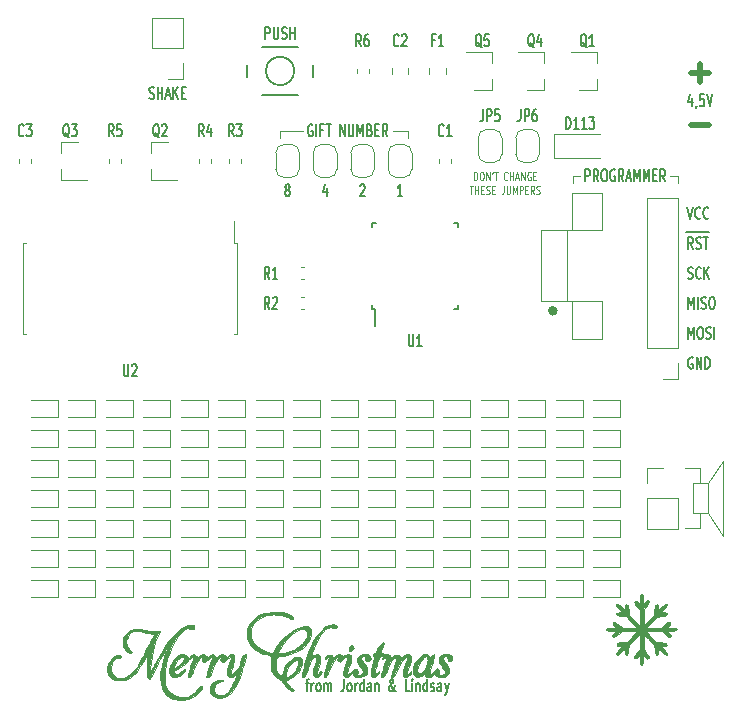
<source format=gbr>
G04 #@! TF.GenerationSoftware,KiCad,Pcbnew,(5.1.4)-1*
G04 #@! TF.CreationDate,2019-12-04T00:10:16+01:00*
G04 #@! TF.ProjectId,plan_b,706c616e-5f62-42e6-9b69-6361645f7063,rev?*
G04 #@! TF.SameCoordinates,PX7274898PY791ddc0*
G04 #@! TF.FileFunction,Legend,Top*
G04 #@! TF.FilePolarity,Positive*
%FSLAX46Y46*%
G04 Gerber Fmt 4.6, Leading zero omitted, Abs format (unit mm)*
G04 Created by KiCad (PCBNEW (5.1.4)-1) date 2019-12-04 00:10:16*
%MOMM*%
%LPD*%
G04 APERTURE LIST*
%ADD10C,0.120000*%
%ADD11C,0.175000*%
%ADD12C,0.125000*%
%ADD13C,0.500000*%
%ADD14C,0.010000*%
%ADD15C,0.150000*%
%ADD16C,0.400000*%
G04 APERTURE END LIST*
D10*
X57150000Y47625000D02*
X57150000Y46990000D01*
X57785000Y47625000D02*
X57150000Y47625000D01*
X66040000Y47625000D02*
X66040000Y46990000D01*
X65405000Y47625000D02*
X66040000Y47625000D01*
D11*
X58228333Y47172620D02*
X58228333Y48172620D01*
X58495000Y48172620D01*
X58561666Y48125000D01*
X58595000Y48077381D01*
X58628333Y47982143D01*
X58628333Y47839286D01*
X58595000Y47744048D01*
X58561666Y47696429D01*
X58495000Y47648810D01*
X58228333Y47648810D01*
X59328333Y47172620D02*
X59095000Y47648810D01*
X58928333Y47172620D02*
X58928333Y48172620D01*
X59195000Y48172620D01*
X59261666Y48125000D01*
X59295000Y48077381D01*
X59328333Y47982143D01*
X59328333Y47839286D01*
X59295000Y47744048D01*
X59261666Y47696429D01*
X59195000Y47648810D01*
X58928333Y47648810D01*
X59761666Y48172620D02*
X59895000Y48172620D01*
X59961666Y48125000D01*
X60028333Y48029762D01*
X60061666Y47839286D01*
X60061666Y47505953D01*
X60028333Y47315477D01*
X59961666Y47220239D01*
X59895000Y47172620D01*
X59761666Y47172620D01*
X59695000Y47220239D01*
X59628333Y47315477D01*
X59595000Y47505953D01*
X59595000Y47839286D01*
X59628333Y48029762D01*
X59695000Y48125000D01*
X59761666Y48172620D01*
X60728333Y48125000D02*
X60661666Y48172620D01*
X60561666Y48172620D01*
X60461666Y48125000D01*
X60395000Y48029762D01*
X60361666Y47934524D01*
X60328333Y47744048D01*
X60328333Y47601191D01*
X60361666Y47410715D01*
X60395000Y47315477D01*
X60461666Y47220239D01*
X60561666Y47172620D01*
X60628333Y47172620D01*
X60728333Y47220239D01*
X60761666Y47267858D01*
X60761666Y47601191D01*
X60628333Y47601191D01*
X61461666Y47172620D02*
X61228333Y47648810D01*
X61061666Y47172620D02*
X61061666Y48172620D01*
X61328333Y48172620D01*
X61395000Y48125000D01*
X61428333Y48077381D01*
X61461666Y47982143D01*
X61461666Y47839286D01*
X61428333Y47744048D01*
X61395000Y47696429D01*
X61328333Y47648810D01*
X61061666Y47648810D01*
X61728333Y47458334D02*
X62061666Y47458334D01*
X61661666Y47172620D02*
X61895000Y48172620D01*
X62128333Y47172620D01*
X62361666Y47172620D02*
X62361666Y48172620D01*
X62595000Y47458334D01*
X62828333Y48172620D01*
X62828333Y47172620D01*
X63161666Y47172620D02*
X63161666Y48172620D01*
X63395000Y47458334D01*
X63628333Y48172620D01*
X63628333Y47172620D01*
X63961666Y47696429D02*
X64195000Y47696429D01*
X64295000Y47172620D02*
X63961666Y47172620D01*
X63961666Y48172620D01*
X64295000Y48172620D01*
X64995000Y47172620D02*
X64761666Y47648810D01*
X64595000Y47172620D02*
X64595000Y48172620D01*
X64861666Y48172620D01*
X64928333Y48125000D01*
X64961666Y48077381D01*
X64995000Y47982143D01*
X64995000Y47839286D01*
X64961666Y47744048D01*
X64928333Y47696429D01*
X64861666Y47648810D01*
X64595000Y47648810D01*
X34549250Y4659286D02*
X34815916Y4659286D01*
X34649250Y3992620D02*
X34649250Y4849762D01*
X34682583Y4945000D01*
X34749250Y4992620D01*
X34815916Y4992620D01*
X35049250Y3992620D02*
X35049250Y4659286D01*
X35049250Y4468810D02*
X35082583Y4564048D01*
X35115916Y4611667D01*
X35182583Y4659286D01*
X35249250Y4659286D01*
X35582583Y3992620D02*
X35515916Y4040239D01*
X35482583Y4087858D01*
X35449250Y4183096D01*
X35449250Y4468810D01*
X35482583Y4564048D01*
X35515916Y4611667D01*
X35582583Y4659286D01*
X35682583Y4659286D01*
X35749250Y4611667D01*
X35782583Y4564048D01*
X35815916Y4468810D01*
X35815916Y4183096D01*
X35782583Y4087858D01*
X35749250Y4040239D01*
X35682583Y3992620D01*
X35582583Y3992620D01*
X36115916Y3992620D02*
X36115916Y4659286D01*
X36115916Y4564048D02*
X36149250Y4611667D01*
X36215916Y4659286D01*
X36315916Y4659286D01*
X36382583Y4611667D01*
X36415916Y4516429D01*
X36415916Y3992620D01*
X36415916Y4516429D02*
X36449250Y4611667D01*
X36515916Y4659286D01*
X36615916Y4659286D01*
X36682583Y4611667D01*
X36715916Y4516429D01*
X36715916Y3992620D01*
X37782583Y4992620D02*
X37782583Y4278334D01*
X37749250Y4135477D01*
X37682583Y4040239D01*
X37582583Y3992620D01*
X37515916Y3992620D01*
X38215916Y3992620D02*
X38149250Y4040239D01*
X38115916Y4087858D01*
X38082583Y4183096D01*
X38082583Y4468810D01*
X38115916Y4564048D01*
X38149250Y4611667D01*
X38215916Y4659286D01*
X38315916Y4659286D01*
X38382583Y4611667D01*
X38415916Y4564048D01*
X38449250Y4468810D01*
X38449250Y4183096D01*
X38415916Y4087858D01*
X38382583Y4040239D01*
X38315916Y3992620D01*
X38215916Y3992620D01*
X38749250Y3992620D02*
X38749250Y4659286D01*
X38749250Y4468810D02*
X38782583Y4564048D01*
X38815916Y4611667D01*
X38882583Y4659286D01*
X38949250Y4659286D01*
X39482583Y3992620D02*
X39482583Y4992620D01*
X39482583Y4040239D02*
X39415916Y3992620D01*
X39282583Y3992620D01*
X39215916Y4040239D01*
X39182583Y4087858D01*
X39149250Y4183096D01*
X39149250Y4468810D01*
X39182583Y4564048D01*
X39215916Y4611667D01*
X39282583Y4659286D01*
X39415916Y4659286D01*
X39482583Y4611667D01*
X40115916Y3992620D02*
X40115916Y4516429D01*
X40082583Y4611667D01*
X40015916Y4659286D01*
X39882583Y4659286D01*
X39815916Y4611667D01*
X40115916Y4040239D02*
X40049250Y3992620D01*
X39882583Y3992620D01*
X39815916Y4040239D01*
X39782583Y4135477D01*
X39782583Y4230715D01*
X39815916Y4325953D01*
X39882583Y4373572D01*
X40049250Y4373572D01*
X40115916Y4421191D01*
X40449250Y4659286D02*
X40449250Y3992620D01*
X40449250Y4564048D02*
X40482583Y4611667D01*
X40549250Y4659286D01*
X40649250Y4659286D01*
X40715916Y4611667D01*
X40749250Y4516429D01*
X40749250Y3992620D01*
X42182583Y3992620D02*
X42149250Y3992620D01*
X42082583Y4040239D01*
X41982583Y4183096D01*
X41815916Y4468810D01*
X41749250Y4611667D01*
X41715916Y4754524D01*
X41715916Y4849762D01*
X41749250Y4945000D01*
X41815916Y4992620D01*
X41849250Y4992620D01*
X41915916Y4945000D01*
X41949250Y4849762D01*
X41949250Y4802143D01*
X41915916Y4706905D01*
X41882583Y4659286D01*
X41682583Y4468810D01*
X41649250Y4421191D01*
X41615916Y4325953D01*
X41615916Y4183096D01*
X41649250Y4087858D01*
X41682583Y4040239D01*
X41749250Y3992620D01*
X41849250Y3992620D01*
X41915916Y4040239D01*
X41949250Y4087858D01*
X42049250Y4278334D01*
X42082583Y4421191D01*
X42082583Y4516429D01*
X43349250Y3992620D02*
X43015916Y3992620D01*
X43015916Y4992620D01*
X43582583Y3992620D02*
X43582583Y4659286D01*
X43582583Y4992620D02*
X43549250Y4945000D01*
X43582583Y4897381D01*
X43615916Y4945000D01*
X43582583Y4992620D01*
X43582583Y4897381D01*
X43915916Y4659286D02*
X43915916Y3992620D01*
X43915916Y4564048D02*
X43949250Y4611667D01*
X44015916Y4659286D01*
X44115916Y4659286D01*
X44182583Y4611667D01*
X44215916Y4516429D01*
X44215916Y3992620D01*
X44849250Y3992620D02*
X44849250Y4992620D01*
X44849250Y4040239D02*
X44782583Y3992620D01*
X44649250Y3992620D01*
X44582583Y4040239D01*
X44549250Y4087858D01*
X44515916Y4183096D01*
X44515916Y4468810D01*
X44549250Y4564048D01*
X44582583Y4611667D01*
X44649250Y4659286D01*
X44782583Y4659286D01*
X44849250Y4611667D01*
X45149250Y4040239D02*
X45215916Y3992620D01*
X45349250Y3992620D01*
X45415916Y4040239D01*
X45449250Y4135477D01*
X45449250Y4183096D01*
X45415916Y4278334D01*
X45349250Y4325953D01*
X45249250Y4325953D01*
X45182583Y4373572D01*
X45149250Y4468810D01*
X45149250Y4516429D01*
X45182583Y4611667D01*
X45249250Y4659286D01*
X45349250Y4659286D01*
X45415916Y4611667D01*
X46049250Y3992620D02*
X46049250Y4516429D01*
X46015916Y4611667D01*
X45949250Y4659286D01*
X45815916Y4659286D01*
X45749250Y4611667D01*
X46049250Y4040239D02*
X45982583Y3992620D01*
X45815916Y3992620D01*
X45749250Y4040239D01*
X45715916Y4135477D01*
X45715916Y4230715D01*
X45749250Y4325953D01*
X45815916Y4373572D01*
X45982583Y4373572D01*
X46049250Y4421191D01*
X46315916Y4659286D02*
X46482583Y3992620D01*
X46649250Y4659286D02*
X46482583Y3992620D01*
X46415916Y3754524D01*
X46382583Y3706905D01*
X46315916Y3659286D01*
D10*
X32385000Y51435000D02*
X32385000Y50800000D01*
X34290000Y51435000D02*
X32385000Y51435000D01*
X43180000Y51435000D02*
X43180000Y50800000D01*
X41910000Y51435000D02*
X43180000Y51435000D01*
D11*
X35133333Y51935000D02*
X35066666Y51982620D01*
X34966666Y51982620D01*
X34866666Y51935000D01*
X34800000Y51839762D01*
X34766666Y51744524D01*
X34733333Y51554048D01*
X34733333Y51411191D01*
X34766666Y51220715D01*
X34800000Y51125477D01*
X34866666Y51030239D01*
X34966666Y50982620D01*
X35033333Y50982620D01*
X35133333Y51030239D01*
X35166666Y51077858D01*
X35166666Y51411191D01*
X35033333Y51411191D01*
X35466666Y50982620D02*
X35466666Y51982620D01*
X36033333Y51506429D02*
X35800000Y51506429D01*
X35800000Y50982620D02*
X35800000Y51982620D01*
X36133333Y51982620D01*
X36300000Y51982620D02*
X36700000Y51982620D01*
X36500000Y50982620D02*
X36500000Y51982620D01*
X37466666Y50982620D02*
X37466666Y51982620D01*
X37866666Y50982620D01*
X37866666Y51982620D01*
X38200000Y51982620D02*
X38200000Y51173096D01*
X38233333Y51077858D01*
X38266666Y51030239D01*
X38333333Y50982620D01*
X38466666Y50982620D01*
X38533333Y51030239D01*
X38566666Y51077858D01*
X38600000Y51173096D01*
X38600000Y51982620D01*
X38933333Y50982620D02*
X38933333Y51982620D01*
X39166666Y51268334D01*
X39400000Y51982620D01*
X39400000Y50982620D01*
X39966666Y51506429D02*
X40066666Y51458810D01*
X40100000Y51411191D01*
X40133333Y51315953D01*
X40133333Y51173096D01*
X40100000Y51077858D01*
X40066666Y51030239D01*
X40000000Y50982620D01*
X39733333Y50982620D01*
X39733333Y51982620D01*
X39966666Y51982620D01*
X40033333Y51935000D01*
X40066666Y51887381D01*
X40100000Y51792143D01*
X40100000Y51696905D01*
X40066666Y51601667D01*
X40033333Y51554048D01*
X39966666Y51506429D01*
X39733333Y51506429D01*
X40433333Y51506429D02*
X40666666Y51506429D01*
X40766666Y50982620D02*
X40433333Y50982620D01*
X40433333Y51982620D01*
X40766666Y51982620D01*
X41466666Y50982620D02*
X41233333Y51458810D01*
X41066666Y50982620D02*
X41066666Y51982620D01*
X41333333Y51982620D01*
X41400000Y51935000D01*
X41433333Y51887381D01*
X41466666Y51792143D01*
X41466666Y51649286D01*
X41433333Y51554048D01*
X41400000Y51506429D01*
X41333333Y51458810D01*
X41066666Y51458810D01*
D12*
X48815952Y47260834D02*
X48815952Y47960834D01*
X48935000Y47960834D01*
X49006428Y47927500D01*
X49054047Y47860834D01*
X49077857Y47794167D01*
X49101666Y47660834D01*
X49101666Y47560834D01*
X49077857Y47427500D01*
X49054047Y47360834D01*
X49006428Y47294167D01*
X48935000Y47260834D01*
X48815952Y47260834D01*
X49411190Y47960834D02*
X49506428Y47960834D01*
X49554047Y47927500D01*
X49601666Y47860834D01*
X49625476Y47727500D01*
X49625476Y47494167D01*
X49601666Y47360834D01*
X49554047Y47294167D01*
X49506428Y47260834D01*
X49411190Y47260834D01*
X49363571Y47294167D01*
X49315952Y47360834D01*
X49292142Y47494167D01*
X49292142Y47727500D01*
X49315952Y47860834D01*
X49363571Y47927500D01*
X49411190Y47960834D01*
X49839761Y47260834D02*
X49839761Y47960834D01*
X50125476Y47260834D01*
X50125476Y47960834D01*
X50387380Y47960834D02*
X50339761Y47827500D01*
X50530238Y47960834D02*
X50815952Y47960834D01*
X50673095Y47260834D02*
X50673095Y47960834D01*
X51649285Y47327500D02*
X51625476Y47294167D01*
X51554047Y47260834D01*
X51506428Y47260834D01*
X51435000Y47294167D01*
X51387380Y47360834D01*
X51363571Y47427500D01*
X51339761Y47560834D01*
X51339761Y47660834D01*
X51363571Y47794167D01*
X51387380Y47860834D01*
X51435000Y47927500D01*
X51506428Y47960834D01*
X51554047Y47960834D01*
X51625476Y47927500D01*
X51649285Y47894167D01*
X51863571Y47260834D02*
X51863571Y47960834D01*
X51863571Y47627500D02*
X52149285Y47627500D01*
X52149285Y47260834D02*
X52149285Y47960834D01*
X52363571Y47460834D02*
X52601666Y47460834D01*
X52315952Y47260834D02*
X52482619Y47960834D01*
X52649285Y47260834D01*
X52815952Y47260834D02*
X52815952Y47960834D01*
X53101666Y47260834D01*
X53101666Y47960834D01*
X53601666Y47927500D02*
X53554047Y47960834D01*
X53482619Y47960834D01*
X53411190Y47927500D01*
X53363571Y47860834D01*
X53339761Y47794167D01*
X53315952Y47660834D01*
X53315952Y47560834D01*
X53339761Y47427500D01*
X53363571Y47360834D01*
X53411190Y47294167D01*
X53482619Y47260834D01*
X53530238Y47260834D01*
X53601666Y47294167D01*
X53625476Y47327500D01*
X53625476Y47560834D01*
X53530238Y47560834D01*
X53839761Y47627500D02*
X54006428Y47627500D01*
X54077857Y47260834D02*
X53839761Y47260834D01*
X53839761Y47960834D01*
X54077857Y47960834D01*
X48446904Y46785834D02*
X48732619Y46785834D01*
X48589761Y46085834D02*
X48589761Y46785834D01*
X48899285Y46085834D02*
X48899285Y46785834D01*
X48899285Y46452500D02*
X49185000Y46452500D01*
X49185000Y46085834D02*
X49185000Y46785834D01*
X49423095Y46452500D02*
X49589761Y46452500D01*
X49661190Y46085834D02*
X49423095Y46085834D01*
X49423095Y46785834D01*
X49661190Y46785834D01*
X49851666Y46119167D02*
X49923095Y46085834D01*
X50042142Y46085834D01*
X50089761Y46119167D01*
X50113571Y46152500D01*
X50137380Y46219167D01*
X50137380Y46285834D01*
X50113571Y46352500D01*
X50089761Y46385834D01*
X50042142Y46419167D01*
X49946904Y46452500D01*
X49899285Y46485834D01*
X49875476Y46519167D01*
X49851666Y46585834D01*
X49851666Y46652500D01*
X49875476Y46719167D01*
X49899285Y46752500D01*
X49946904Y46785834D01*
X50065952Y46785834D01*
X50137380Y46752500D01*
X50351666Y46452500D02*
X50518333Y46452500D01*
X50589761Y46085834D02*
X50351666Y46085834D01*
X50351666Y46785834D01*
X50589761Y46785834D01*
X51327857Y46785834D02*
X51327857Y46285834D01*
X51304047Y46185834D01*
X51256428Y46119167D01*
X51185000Y46085834D01*
X51137380Y46085834D01*
X51565952Y46785834D02*
X51565952Y46219167D01*
X51589761Y46152500D01*
X51613571Y46119167D01*
X51661190Y46085834D01*
X51756428Y46085834D01*
X51804047Y46119167D01*
X51827857Y46152500D01*
X51851666Y46219167D01*
X51851666Y46785834D01*
X52089761Y46085834D02*
X52089761Y46785834D01*
X52256428Y46285834D01*
X52423095Y46785834D01*
X52423095Y46085834D01*
X52661190Y46085834D02*
X52661190Y46785834D01*
X52851666Y46785834D01*
X52899285Y46752500D01*
X52923095Y46719167D01*
X52946904Y46652500D01*
X52946904Y46552500D01*
X52923095Y46485834D01*
X52899285Y46452500D01*
X52851666Y46419167D01*
X52661190Y46419167D01*
X53161190Y46452500D02*
X53327857Y46452500D01*
X53399285Y46085834D02*
X53161190Y46085834D01*
X53161190Y46785834D01*
X53399285Y46785834D01*
X53899285Y46085834D02*
X53732619Y46419167D01*
X53613571Y46085834D02*
X53613571Y46785834D01*
X53804047Y46785834D01*
X53851666Y46752500D01*
X53875476Y46719167D01*
X53899285Y46652500D01*
X53899285Y46552500D01*
X53875476Y46485834D01*
X53851666Y46452500D01*
X53804047Y46419167D01*
X53613571Y46419167D01*
X54089761Y46119167D02*
X54161190Y46085834D01*
X54280238Y46085834D01*
X54327857Y46119167D01*
X54351666Y46152500D01*
X54375476Y46219167D01*
X54375476Y46285834D01*
X54351666Y46352500D01*
X54327857Y46385834D01*
X54280238Y46419167D01*
X54185000Y46452500D01*
X54137380Y46485834D01*
X54113571Y46519167D01*
X54089761Y46585834D01*
X54089761Y46652500D01*
X54113571Y46719167D01*
X54137380Y46752500D01*
X54185000Y46785834D01*
X54304047Y46785834D01*
X54375476Y46752500D01*
D11*
X67255416Y54189286D02*
X67255416Y53522620D01*
X67088750Y54570239D02*
X66922083Y53855953D01*
X67355416Y53855953D01*
X67655416Y53570239D02*
X67655416Y53522620D01*
X67622083Y53427381D01*
X67588750Y53379762D01*
X68288750Y54522620D02*
X67955416Y54522620D01*
X67922083Y54046429D01*
X67955416Y54094048D01*
X68022083Y54141667D01*
X68188750Y54141667D01*
X68255416Y54094048D01*
X68288750Y54046429D01*
X68322083Y53951191D01*
X68322083Y53713096D01*
X68288750Y53617858D01*
X68255416Y53570239D01*
X68188750Y53522620D01*
X68022083Y53522620D01*
X67955416Y53570239D01*
X67922083Y53617858D01*
X68522083Y54522620D02*
X68755416Y53522620D01*
X68988750Y54522620D01*
D13*
X67222190Y51927143D02*
X68746000Y51927143D01*
X67222190Y56372143D02*
X68746000Y56372143D01*
X67984095Y55610239D02*
X67984095Y57134048D01*
D10*
X67945000Y17780000D02*
X66675000Y17780000D01*
X67945000Y19050000D02*
X67945000Y17780000D01*
X67945000Y22860000D02*
X67945000Y21590000D01*
X66675000Y22860000D02*
X67945000Y22860000D01*
X69850000Y17145000D02*
X68580000Y19050000D01*
X69850000Y23495000D02*
X69850000Y17145000D01*
X68580000Y21590000D02*
X69850000Y23495000D01*
X68580000Y21590000D02*
X67310000Y21590000D01*
X68580000Y19050000D02*
X68580000Y21590000D01*
X67310000Y19050000D02*
X68580000Y19050000D01*
X67310000Y21590000D02*
X67310000Y19050000D01*
D11*
X66855416Y44997620D02*
X67088750Y43997620D01*
X67322083Y44997620D01*
X67955416Y44092858D02*
X67922083Y44045239D01*
X67822083Y43997620D01*
X67755416Y43997620D01*
X67655416Y44045239D01*
X67588750Y44140477D01*
X67555416Y44235715D01*
X67522083Y44426191D01*
X67522083Y44569048D01*
X67555416Y44759524D01*
X67588750Y44854762D01*
X67655416Y44950000D01*
X67755416Y44997620D01*
X67822083Y44997620D01*
X67922083Y44950000D01*
X67955416Y44902381D01*
X68655416Y44092858D02*
X68622083Y44045239D01*
X68522083Y43997620D01*
X68455416Y43997620D01*
X68355416Y44045239D01*
X68288750Y44140477D01*
X68255416Y44235715D01*
X68222083Y44426191D01*
X68222083Y44569048D01*
X68255416Y44759524D01*
X68288750Y44854762D01*
X68355416Y44950000D01*
X68455416Y44997620D01*
X68522083Y44997620D01*
X68622083Y44950000D01*
X68655416Y44902381D01*
X66788750Y42857500D02*
X67488750Y42857500D01*
X67355416Y41457620D02*
X67122083Y41933810D01*
X66955416Y41457620D02*
X66955416Y42457620D01*
X67222083Y42457620D01*
X67288750Y42410000D01*
X67322083Y42362381D01*
X67355416Y42267143D01*
X67355416Y42124286D01*
X67322083Y42029048D01*
X67288750Y41981429D01*
X67222083Y41933810D01*
X66955416Y41933810D01*
X67488750Y42857500D02*
X68155416Y42857500D01*
X67622083Y41505239D02*
X67722083Y41457620D01*
X67888750Y41457620D01*
X67955416Y41505239D01*
X67988750Y41552858D01*
X68022083Y41648096D01*
X68022083Y41743334D01*
X67988750Y41838572D01*
X67955416Y41886191D01*
X67888750Y41933810D01*
X67755416Y41981429D01*
X67688750Y42029048D01*
X67655416Y42076667D01*
X67622083Y42171905D01*
X67622083Y42267143D01*
X67655416Y42362381D01*
X67688750Y42410000D01*
X67755416Y42457620D01*
X67922083Y42457620D01*
X68022083Y42410000D01*
X68155416Y42857500D02*
X68688750Y42857500D01*
X68222083Y42457620D02*
X68622083Y42457620D01*
X68422083Y41457620D02*
X68422083Y42457620D01*
X66922083Y38965239D02*
X67022083Y38917620D01*
X67188750Y38917620D01*
X67255416Y38965239D01*
X67288750Y39012858D01*
X67322083Y39108096D01*
X67322083Y39203334D01*
X67288750Y39298572D01*
X67255416Y39346191D01*
X67188750Y39393810D01*
X67055416Y39441429D01*
X66988750Y39489048D01*
X66955416Y39536667D01*
X66922083Y39631905D01*
X66922083Y39727143D01*
X66955416Y39822381D01*
X66988750Y39870000D01*
X67055416Y39917620D01*
X67222083Y39917620D01*
X67322083Y39870000D01*
X68022083Y39012858D02*
X67988750Y38965239D01*
X67888750Y38917620D01*
X67822083Y38917620D01*
X67722083Y38965239D01*
X67655416Y39060477D01*
X67622083Y39155715D01*
X67588750Y39346191D01*
X67588750Y39489048D01*
X67622083Y39679524D01*
X67655416Y39774762D01*
X67722083Y39870000D01*
X67822083Y39917620D01*
X67888750Y39917620D01*
X67988750Y39870000D01*
X68022083Y39822381D01*
X68322083Y38917620D02*
X68322083Y39917620D01*
X68722083Y38917620D02*
X68422083Y39489048D01*
X68722083Y39917620D02*
X68322083Y39346191D01*
X66955416Y36377620D02*
X66955416Y37377620D01*
X67188750Y36663334D01*
X67422083Y37377620D01*
X67422083Y36377620D01*
X67755416Y36377620D02*
X67755416Y37377620D01*
X68055416Y36425239D02*
X68155416Y36377620D01*
X68322083Y36377620D01*
X68388750Y36425239D01*
X68422083Y36472858D01*
X68455416Y36568096D01*
X68455416Y36663334D01*
X68422083Y36758572D01*
X68388750Y36806191D01*
X68322083Y36853810D01*
X68188750Y36901429D01*
X68122083Y36949048D01*
X68088750Y36996667D01*
X68055416Y37091905D01*
X68055416Y37187143D01*
X68088750Y37282381D01*
X68122083Y37330000D01*
X68188750Y37377620D01*
X68355416Y37377620D01*
X68455416Y37330000D01*
X68888750Y37377620D02*
X69022083Y37377620D01*
X69088750Y37330000D01*
X69155416Y37234762D01*
X69188750Y37044286D01*
X69188750Y36710953D01*
X69155416Y36520477D01*
X69088750Y36425239D01*
X69022083Y36377620D01*
X68888750Y36377620D01*
X68822083Y36425239D01*
X68755416Y36520477D01*
X68722083Y36710953D01*
X68722083Y37044286D01*
X68755416Y37234762D01*
X68822083Y37330000D01*
X68888750Y37377620D01*
X66955416Y33837620D02*
X66955416Y34837620D01*
X67188750Y34123334D01*
X67422083Y34837620D01*
X67422083Y33837620D01*
X67888750Y34837620D02*
X68022083Y34837620D01*
X68088750Y34790000D01*
X68155416Y34694762D01*
X68188750Y34504286D01*
X68188750Y34170953D01*
X68155416Y33980477D01*
X68088750Y33885239D01*
X68022083Y33837620D01*
X67888750Y33837620D01*
X67822083Y33885239D01*
X67755416Y33980477D01*
X67722083Y34170953D01*
X67722083Y34504286D01*
X67755416Y34694762D01*
X67822083Y34790000D01*
X67888750Y34837620D01*
X68455416Y33885239D02*
X68555416Y33837620D01*
X68722083Y33837620D01*
X68788750Y33885239D01*
X68822083Y33932858D01*
X68855416Y34028096D01*
X68855416Y34123334D01*
X68822083Y34218572D01*
X68788750Y34266191D01*
X68722083Y34313810D01*
X68588750Y34361429D01*
X68522083Y34409048D01*
X68488750Y34456667D01*
X68455416Y34551905D01*
X68455416Y34647143D01*
X68488750Y34742381D01*
X68522083Y34790000D01*
X68588750Y34837620D01*
X68755416Y34837620D01*
X68855416Y34790000D01*
X69155416Y33837620D02*
X69155416Y34837620D01*
X67322083Y32250000D02*
X67255416Y32297620D01*
X67155416Y32297620D01*
X67055416Y32250000D01*
X66988750Y32154762D01*
X66955416Y32059524D01*
X66922083Y31869048D01*
X66922083Y31726191D01*
X66955416Y31535715D01*
X66988750Y31440477D01*
X67055416Y31345239D01*
X67155416Y31297620D01*
X67222083Y31297620D01*
X67322083Y31345239D01*
X67355416Y31392858D01*
X67355416Y31726191D01*
X67222083Y31726191D01*
X67655416Y31297620D02*
X67655416Y32297620D01*
X68055416Y31297620D01*
X68055416Y32297620D01*
X68388750Y31297620D02*
X68388750Y32297620D01*
X68555416Y32297620D01*
X68655416Y32250000D01*
X68722083Y32154762D01*
X68755416Y32059524D01*
X68788750Y31869048D01*
X68788750Y31726191D01*
X68755416Y31535715D01*
X68722083Y31440477D01*
X68655416Y31345239D01*
X68555416Y31297620D01*
X68388750Y31297620D01*
D10*
X10285000Y48732221D02*
X10285000Y49057779D01*
X11305000Y48732221D02*
X11305000Y49057779D01*
D14*
G36*
X63048607Y12205556D02*
G01*
X63087926Y12114598D01*
X63110826Y11954523D01*
X63118939Y11718392D01*
X63119000Y11691284D01*
X63119000Y11412817D01*
X63283898Y11573836D01*
X63396722Y11671930D01*
X63479827Y11711027D01*
X63537898Y11706575D01*
X63608970Y11655144D01*
X63627000Y11605869D01*
X63620984Y11563907D01*
X63597515Y11509788D01*
X63548459Y11430752D01*
X63465684Y11314038D01*
X63341057Y11146885D01*
X63298917Y11091107D01*
X63161333Y10909297D01*
X63161333Y9588992D01*
X64063925Y10491584D01*
X64083525Y10844375D01*
X64100429Y11062479D01*
X64125866Y11208778D01*
X64164976Y11296069D01*
X64222893Y11337145D01*
X64284656Y11345333D01*
X64341907Y11339957D01*
X64373152Y11310752D01*
X64386232Y11238108D01*
X64388990Y11102411D01*
X64389000Y11084388D01*
X64389000Y10823443D01*
X64681217Y11105555D01*
X64814623Y11227740D01*
X64931942Y11323260D01*
X65016227Y11378880D01*
X65042379Y11387667D01*
X65119004Y11365892D01*
X65129554Y11299419D01*
X65073438Y11186530D01*
X64950066Y11025504D01*
X64897118Y10964467D01*
X64634280Y10668000D01*
X64868621Y10668000D01*
X65006536Y10663618D01*
X65083036Y10645109D01*
X65121154Y10604432D01*
X65132168Y10575976D01*
X65137267Y10494956D01*
X65087384Y10435782D01*
X64973726Y10393949D01*
X64787500Y10364952D01*
X64704850Y10357112D01*
X64539750Y10338999D01*
X64401530Y10316352D01*
X64317422Y10293736D01*
X64312398Y10291316D01*
X64258561Y10247373D01*
X64160203Y10153173D01*
X64029748Y10021115D01*
X63879622Y9863597D01*
X63824152Y9804121D01*
X63408294Y9355667D01*
X64625103Y9355667D01*
X64913900Y9612027D01*
X65068242Y9742722D01*
X65179991Y9820222D01*
X65263979Y9853550D01*
X65314070Y9855444D01*
X65411982Y9819020D01*
X65437344Y9744070D01*
X65390425Y9635257D01*
X65294583Y9520306D01*
X65133817Y9355667D01*
X65545904Y9355667D01*
X65743254Y9353216D01*
X65871179Y9344332D01*
X65944819Y9326720D01*
X65979315Y9298083D01*
X65983450Y9289321D01*
X65991560Y9226197D01*
X65952592Y9180764D01*
X65856092Y9148737D01*
X65691605Y9125830D01*
X65557765Y9114809D01*
X65188746Y9088767D01*
X65339206Y8934682D01*
X65441726Y8819831D01*
X65482894Y8740119D01*
X65467878Y8678305D01*
X65428198Y8637686D01*
X65366472Y8606975D01*
X65290305Y8616413D01*
X65186648Y8671815D01*
X65042447Y8778994D01*
X64960256Y8846163D01*
X64706500Y9057184D01*
X64029413Y9058259D01*
X63352325Y9059333D01*
X63800362Y8611297D01*
X64248399Y8163260D01*
X64604450Y8139995D01*
X64822984Y8121204D01*
X64969760Y8095162D01*
X65057662Y8056656D01*
X65099575Y8000476D01*
X65108667Y7936011D01*
X65103290Y7878760D01*
X65074085Y7847515D01*
X65001441Y7834435D01*
X64865744Y7831677D01*
X64847721Y7831667D01*
X64586776Y7831667D01*
X64868888Y7539450D01*
X64991073Y7406044D01*
X65086593Y7288725D01*
X65142213Y7204440D01*
X65151000Y7178288D01*
X65129068Y7101556D01*
X65062206Y7091208D01*
X64948815Y7147788D01*
X64787295Y7271841D01*
X64730093Y7321516D01*
X64435919Y7582320D01*
X64423043Y7362104D01*
X64402419Y7206079D01*
X64359702Y7116830D01*
X64333604Y7095194D01*
X64257753Y7077976D01*
X64198534Y7132379D01*
X64153975Y7262289D01*
X64122103Y7471593D01*
X64117233Y7521609D01*
X64098252Y7687459D01*
X64075248Y7826188D01*
X64052777Y7911028D01*
X64049884Y7917174D01*
X64005815Y7971033D01*
X63911737Y8068804D01*
X63780483Y8197660D01*
X63624886Y8344774D01*
X63586646Y8380175D01*
X63161333Y8772313D01*
X63161333Y7541007D01*
X63393631Y7252420D01*
X63523065Y7083224D01*
X63597233Y6961236D01*
X63620723Y6873782D01*
X63598122Y6808187D01*
X63566206Y6775579D01*
X63479440Y6750951D01*
X63370181Y6804349D01*
X63236254Y6936867D01*
X63229399Y6944961D01*
X63119000Y7076163D01*
X63119000Y6781873D01*
X63112764Y6535555D01*
X63092911Y6365540D01*
X63057721Y6264304D01*
X63005472Y6224323D01*
X62991237Y6223000D01*
X62913967Y6256165D01*
X62890696Y6289963D01*
X62878939Y6361304D01*
X62870009Y6492989D01*
X62865353Y6660707D01*
X62865000Y6721887D01*
X62865000Y7086850D01*
X62700360Y6926084D01*
X62566426Y6818127D01*
X62462604Y6782474D01*
X62393378Y6819370D01*
X62365115Y6907712D01*
X62372213Y6980432D01*
X62416076Y7068279D01*
X62506109Y7186533D01*
X62608532Y7303202D01*
X62865000Y7586204D01*
X62865000Y8812014D01*
X62402116Y8380789D01*
X62237845Y8225381D01*
X62096177Y8086873D01*
X61988685Y7976926D01*
X61926941Y7907204D01*
X61917183Y7892105D01*
X61902830Y7823902D01*
X61885352Y7697085D01*
X61868241Y7537448D01*
X61866239Y7515777D01*
X61836475Y7292049D01*
X61793978Y7148624D01*
X61736865Y7081838D01*
X61663257Y7088027D01*
X61650396Y7095194D01*
X61596464Y7161493D01*
X61567145Y7288105D01*
X61560996Y7360976D01*
X61548159Y7580065D01*
X61255364Y7319844D01*
X61092007Y7183865D01*
X60971866Y7103796D01*
X60900853Y7083527D01*
X60897784Y7084483D01*
X60845660Y7123263D01*
X60844085Y7186659D01*
X60896975Y7282848D01*
X61008249Y7420010D01*
X61113294Y7534540D01*
X61393589Y7831667D01*
X61134461Y7831667D01*
X60991904Y7833852D01*
X60914318Y7845690D01*
X60882026Y7875104D01*
X60875350Y7930018D01*
X60875333Y7936011D01*
X60889169Y8012229D01*
X60939207Y8065619D01*
X61038242Y8101318D01*
X61199069Y8124463D01*
X61376291Y8137142D01*
X61729083Y8156742D01*
X62180378Y8608038D01*
X62631674Y9059333D01*
X61311254Y9059333D01*
X61146210Y8932590D01*
X60952768Y8786384D01*
X60813092Y8687750D01*
X60715725Y8630276D01*
X60649210Y8607549D01*
X60602091Y8613156D01*
X60588435Y8620388D01*
X60522402Y8679609D01*
X60515778Y8748451D01*
X60571297Y8843129D01*
X60639512Y8923452D01*
X60789786Y9089787D01*
X60426359Y9112461D01*
X60214874Y9131240D01*
X60078313Y9158775D01*
X60007066Y9199058D01*
X59991526Y9256079D01*
X60000550Y9289321D01*
X60028063Y9321072D01*
X60091288Y9341147D01*
X60205423Y9351870D01*
X60385663Y9355566D01*
X60434431Y9355667D01*
X60842852Y9355667D01*
X60687220Y9527933D01*
X60581462Y9667794D01*
X60550678Y9769917D01*
X60594889Y9833757D01*
X60675351Y9855967D01*
X60751066Y9850019D01*
X60838386Y9808038D01*
X60954343Y9719969D01*
X61054155Y9632327D01*
X61186301Y9519339D01*
X61304708Y9429707D01*
X61388517Y9378906D01*
X61402666Y9373815D01*
X61476776Y9366571D01*
X61616065Y9362376D01*
X61801087Y9361513D01*
X62012399Y9364269D01*
X62028371Y9364621D01*
X62567575Y9376833D01*
X62113037Y9854105D01*
X61658500Y10331376D01*
X61341000Y10357651D01*
X61117716Y10380660D01*
X60967731Y10408973D01*
X60879680Y10446998D01*
X60842200Y10499139D01*
X60840648Y10551652D01*
X60859096Y10607164D01*
X60908550Y10639884D01*
X61010043Y10659406D01*
X61095741Y10668000D01*
X61337315Y10689167D01*
X61080880Y10975573D01*
X60938434Y11148188D01*
X60863846Y11272845D01*
X60856512Y11351404D01*
X60915829Y11385721D01*
X60947025Y11387667D01*
X61007997Y11359220D01*
X61110146Y11282876D01*
X61236345Y11172132D01*
X61308187Y11103052D01*
X61595000Y10818438D01*
X61595000Y11081886D01*
X61597103Y11225908D01*
X61608566Y11304803D01*
X61637122Y11338090D01*
X61690504Y11345295D01*
X61699344Y11345333D01*
X61775561Y11331498D01*
X61828951Y11281461D01*
X61864650Y11182429D01*
X61887795Y11021606D01*
X61900475Y10844364D01*
X61920076Y10491561D01*
X62865000Y9546637D01*
X62865000Y10867107D01*
X62609011Y11157086D01*
X62476617Y11314870D01*
X62398590Y11429482D01*
X62366554Y11514598D01*
X62365595Y11554587D01*
X62402209Y11650024D01*
X62477780Y11673648D01*
X62587012Y11625828D01*
X62700360Y11531250D01*
X62865000Y11370484D01*
X62865000Y11735446D01*
X62868202Y11951954D01*
X62880011Y12097019D01*
X62903731Y12183701D01*
X62942666Y12225059D01*
X62991237Y12234333D01*
X63048607Y12205556D01*
X63048607Y12205556D01*
G37*
X63048607Y12205556D02*
X63087926Y12114598D01*
X63110826Y11954523D01*
X63118939Y11718392D01*
X63119000Y11691284D01*
X63119000Y11412817D01*
X63283898Y11573836D01*
X63396722Y11671930D01*
X63479827Y11711027D01*
X63537898Y11706575D01*
X63608970Y11655144D01*
X63627000Y11605869D01*
X63620984Y11563907D01*
X63597515Y11509788D01*
X63548459Y11430752D01*
X63465684Y11314038D01*
X63341057Y11146885D01*
X63298917Y11091107D01*
X63161333Y10909297D01*
X63161333Y9588992D01*
X64063925Y10491584D01*
X64083525Y10844375D01*
X64100429Y11062479D01*
X64125866Y11208778D01*
X64164976Y11296069D01*
X64222893Y11337145D01*
X64284656Y11345333D01*
X64341907Y11339957D01*
X64373152Y11310752D01*
X64386232Y11238108D01*
X64388990Y11102411D01*
X64389000Y11084388D01*
X64389000Y10823443D01*
X64681217Y11105555D01*
X64814623Y11227740D01*
X64931942Y11323260D01*
X65016227Y11378880D01*
X65042379Y11387667D01*
X65119004Y11365892D01*
X65129554Y11299419D01*
X65073438Y11186530D01*
X64950066Y11025504D01*
X64897118Y10964467D01*
X64634280Y10668000D01*
X64868621Y10668000D01*
X65006536Y10663618D01*
X65083036Y10645109D01*
X65121154Y10604432D01*
X65132168Y10575976D01*
X65137267Y10494956D01*
X65087384Y10435782D01*
X64973726Y10393949D01*
X64787500Y10364952D01*
X64704850Y10357112D01*
X64539750Y10338999D01*
X64401530Y10316352D01*
X64317422Y10293736D01*
X64312398Y10291316D01*
X64258561Y10247373D01*
X64160203Y10153173D01*
X64029748Y10021115D01*
X63879622Y9863597D01*
X63824152Y9804121D01*
X63408294Y9355667D01*
X64625103Y9355667D01*
X64913900Y9612027D01*
X65068242Y9742722D01*
X65179991Y9820222D01*
X65263979Y9853550D01*
X65314070Y9855444D01*
X65411982Y9819020D01*
X65437344Y9744070D01*
X65390425Y9635257D01*
X65294583Y9520306D01*
X65133817Y9355667D01*
X65545904Y9355667D01*
X65743254Y9353216D01*
X65871179Y9344332D01*
X65944819Y9326720D01*
X65979315Y9298083D01*
X65983450Y9289321D01*
X65991560Y9226197D01*
X65952592Y9180764D01*
X65856092Y9148737D01*
X65691605Y9125830D01*
X65557765Y9114809D01*
X65188746Y9088767D01*
X65339206Y8934682D01*
X65441726Y8819831D01*
X65482894Y8740119D01*
X65467878Y8678305D01*
X65428198Y8637686D01*
X65366472Y8606975D01*
X65290305Y8616413D01*
X65186648Y8671815D01*
X65042447Y8778994D01*
X64960256Y8846163D01*
X64706500Y9057184D01*
X64029413Y9058259D01*
X63352325Y9059333D01*
X63800362Y8611297D01*
X64248399Y8163260D01*
X64604450Y8139995D01*
X64822984Y8121204D01*
X64969760Y8095162D01*
X65057662Y8056656D01*
X65099575Y8000476D01*
X65108667Y7936011D01*
X65103290Y7878760D01*
X65074085Y7847515D01*
X65001441Y7834435D01*
X64865744Y7831677D01*
X64847721Y7831667D01*
X64586776Y7831667D01*
X64868888Y7539450D01*
X64991073Y7406044D01*
X65086593Y7288725D01*
X65142213Y7204440D01*
X65151000Y7178288D01*
X65129068Y7101556D01*
X65062206Y7091208D01*
X64948815Y7147788D01*
X64787295Y7271841D01*
X64730093Y7321516D01*
X64435919Y7582320D01*
X64423043Y7362104D01*
X64402419Y7206079D01*
X64359702Y7116830D01*
X64333604Y7095194D01*
X64257753Y7077976D01*
X64198534Y7132379D01*
X64153975Y7262289D01*
X64122103Y7471593D01*
X64117233Y7521609D01*
X64098252Y7687459D01*
X64075248Y7826188D01*
X64052777Y7911028D01*
X64049884Y7917174D01*
X64005815Y7971033D01*
X63911737Y8068804D01*
X63780483Y8197660D01*
X63624886Y8344774D01*
X63586646Y8380175D01*
X63161333Y8772313D01*
X63161333Y7541007D01*
X63393631Y7252420D01*
X63523065Y7083224D01*
X63597233Y6961236D01*
X63620723Y6873782D01*
X63598122Y6808187D01*
X63566206Y6775579D01*
X63479440Y6750951D01*
X63370181Y6804349D01*
X63236254Y6936867D01*
X63229399Y6944961D01*
X63119000Y7076163D01*
X63119000Y6781873D01*
X63112764Y6535555D01*
X63092911Y6365540D01*
X63057721Y6264304D01*
X63005472Y6224323D01*
X62991237Y6223000D01*
X62913967Y6256165D01*
X62890696Y6289963D01*
X62878939Y6361304D01*
X62870009Y6492989D01*
X62865353Y6660707D01*
X62865000Y6721887D01*
X62865000Y7086850D01*
X62700360Y6926084D01*
X62566426Y6818127D01*
X62462604Y6782474D01*
X62393378Y6819370D01*
X62365115Y6907712D01*
X62372213Y6980432D01*
X62416076Y7068279D01*
X62506109Y7186533D01*
X62608532Y7303202D01*
X62865000Y7586204D01*
X62865000Y8812014D01*
X62402116Y8380789D01*
X62237845Y8225381D01*
X62096177Y8086873D01*
X61988685Y7976926D01*
X61926941Y7907204D01*
X61917183Y7892105D01*
X61902830Y7823902D01*
X61885352Y7697085D01*
X61868241Y7537448D01*
X61866239Y7515777D01*
X61836475Y7292049D01*
X61793978Y7148624D01*
X61736865Y7081838D01*
X61663257Y7088027D01*
X61650396Y7095194D01*
X61596464Y7161493D01*
X61567145Y7288105D01*
X61560996Y7360976D01*
X61548159Y7580065D01*
X61255364Y7319844D01*
X61092007Y7183865D01*
X60971866Y7103796D01*
X60900853Y7083527D01*
X60897784Y7084483D01*
X60845660Y7123263D01*
X60844085Y7186659D01*
X60896975Y7282848D01*
X61008249Y7420010D01*
X61113294Y7534540D01*
X61393589Y7831667D01*
X61134461Y7831667D01*
X60991904Y7833852D01*
X60914318Y7845690D01*
X60882026Y7875104D01*
X60875350Y7930018D01*
X60875333Y7936011D01*
X60889169Y8012229D01*
X60939207Y8065619D01*
X61038242Y8101318D01*
X61199069Y8124463D01*
X61376291Y8137142D01*
X61729083Y8156742D01*
X62180378Y8608038D01*
X62631674Y9059333D01*
X61311254Y9059333D01*
X61146210Y8932590D01*
X60952768Y8786384D01*
X60813092Y8687750D01*
X60715725Y8630276D01*
X60649210Y8607549D01*
X60602091Y8613156D01*
X60588435Y8620388D01*
X60522402Y8679609D01*
X60515778Y8748451D01*
X60571297Y8843129D01*
X60639512Y8923452D01*
X60789786Y9089787D01*
X60426359Y9112461D01*
X60214874Y9131240D01*
X60078313Y9158775D01*
X60007066Y9199058D01*
X59991526Y9256079D01*
X60000550Y9289321D01*
X60028063Y9321072D01*
X60091288Y9341147D01*
X60205423Y9351870D01*
X60385663Y9355566D01*
X60434431Y9355667D01*
X60842852Y9355667D01*
X60687220Y9527933D01*
X60581462Y9667794D01*
X60550678Y9769917D01*
X60594889Y9833757D01*
X60675351Y9855967D01*
X60751066Y9850019D01*
X60838386Y9808038D01*
X60954343Y9719969D01*
X61054155Y9632327D01*
X61186301Y9519339D01*
X61304708Y9429707D01*
X61388517Y9378906D01*
X61402666Y9373815D01*
X61476776Y9366571D01*
X61616065Y9362376D01*
X61801087Y9361513D01*
X62012399Y9364269D01*
X62028371Y9364621D01*
X62567575Y9376833D01*
X62113037Y9854105D01*
X61658500Y10331376D01*
X61341000Y10357651D01*
X61117716Y10380660D01*
X60967731Y10408973D01*
X60879680Y10446998D01*
X60842200Y10499139D01*
X60840648Y10551652D01*
X60859096Y10607164D01*
X60908550Y10639884D01*
X61010043Y10659406D01*
X61095741Y10668000D01*
X61337315Y10689167D01*
X61080880Y10975573D01*
X60938434Y11148188D01*
X60863846Y11272845D01*
X60856512Y11351404D01*
X60915829Y11385721D01*
X60947025Y11387667D01*
X61007997Y11359220D01*
X61110146Y11282876D01*
X61236345Y11172132D01*
X61308187Y11103052D01*
X61595000Y10818438D01*
X61595000Y11081886D01*
X61597103Y11225908D01*
X61608566Y11304803D01*
X61637122Y11338090D01*
X61690504Y11345295D01*
X61699344Y11345333D01*
X61775561Y11331498D01*
X61828951Y11281461D01*
X61864650Y11182429D01*
X61887795Y11021606D01*
X61900475Y10844364D01*
X61920076Y10491561D01*
X62865000Y9546637D01*
X62865000Y10867107D01*
X62609011Y11157086D01*
X62476617Y11314870D01*
X62398590Y11429482D01*
X62366554Y11514598D01*
X62365595Y11554587D01*
X62402209Y11650024D01*
X62477780Y11673648D01*
X62587012Y11625828D01*
X62700360Y11531250D01*
X62865000Y11370484D01*
X62865000Y11735446D01*
X62868202Y11951954D01*
X62880011Y12097019D01*
X62903731Y12183701D01*
X62942666Y12225059D01*
X62991237Y12234333D01*
X63048607Y12205556D01*
D15*
X40190000Y36380000D02*
X40415000Y36380000D01*
X40190000Y43630000D02*
X40515000Y43630000D01*
X47440000Y43630000D02*
X47115000Y43630000D01*
X47440000Y36380000D02*
X47115000Y36380000D01*
X40190000Y36380000D02*
X40190000Y36705000D01*
X47440000Y36380000D02*
X47440000Y36705000D01*
X47440000Y43630000D02*
X47440000Y43305000D01*
X40190000Y43630000D02*
X40190000Y43305000D01*
X40415000Y36380000D02*
X40415000Y34955000D01*
D14*
G36*
X38551809Y7813730D02*
G01*
X38592313Y7765744D01*
X38636611Y7686013D01*
X38632213Y7625227D01*
X38578519Y7543494D01*
X38488344Y7461993D01*
X38380873Y7416168D01*
X38286957Y7416471D01*
X38257165Y7434612D01*
X38231831Y7506098D01*
X38229766Y7619793D01*
X38249488Y7736935D01*
X38270822Y7792117D01*
X38347645Y7861748D01*
X38450525Y7868197D01*
X38551809Y7813730D01*
X38551809Y7813730D01*
G37*
X38551809Y7813730D02*
X38592313Y7765744D01*
X38636611Y7686013D01*
X38632213Y7625227D01*
X38578519Y7543494D01*
X38488344Y7461993D01*
X38380873Y7416168D01*
X38286957Y7416471D01*
X38257165Y7434612D01*
X38231831Y7506098D01*
X38229766Y7619793D01*
X38249488Y7736935D01*
X38270822Y7792117D01*
X38347645Y7861748D01*
X38450525Y7868197D01*
X38551809Y7813730D01*
G36*
X37002535Y9630005D02*
G01*
X37116183Y9573363D01*
X37167200Y9484182D01*
X37168666Y9463354D01*
X37134780Y9370702D01*
X37043533Y9326495D01*
X36910544Y9336253D01*
X36857341Y9353319D01*
X36630271Y9397613D01*
X36406092Y9359292D01*
X36189559Y9240387D01*
X35985431Y9042929D01*
X35914157Y8950586D01*
X35790993Y8758833D01*
X35651818Y8509204D01*
X35506220Y8222357D01*
X35363789Y7918948D01*
X35234111Y7619631D01*
X35126775Y7345064D01*
X35051369Y7115901D01*
X35036676Y7060201D01*
X35008614Y6944901D01*
X35159515Y7033935D01*
X35333778Y7105510D01*
X35509869Y7125469D01*
X35661498Y7092987D01*
X35725783Y7051713D01*
X35777743Y6986164D01*
X35804877Y6897894D01*
X35806263Y6775527D01*
X35780981Y6607689D01*
X35728111Y6383004D01*
X35648443Y6096000D01*
X35583482Y5859622D01*
X35539128Y5672095D01*
X35517530Y5543763D01*
X35520837Y5484970D01*
X35521366Y5484366D01*
X35575013Y5485335D01*
X35665852Y5548541D01*
X35699516Y5579616D01*
X35806299Y5675721D01*
X35868471Y5709922D01*
X35895435Y5685513D01*
X35898666Y5649398D01*
X35865390Y5520908D01*
X35781407Y5387721D01*
X35670481Y5285414D01*
X35646052Y5271217D01*
X35499585Y5220265D01*
X35356475Y5210646D01*
X35247593Y5243356D01*
X35229800Y5257800D01*
X35188279Y5355486D01*
X35183987Y5526095D01*
X35216626Y5766652D01*
X35285897Y6074184D01*
X35326718Y6225727D01*
X35392378Y6461191D01*
X35436592Y6628007D01*
X35460924Y6739005D01*
X35466937Y6807018D01*
X35456192Y6844877D01*
X35430254Y6865414D01*
X35405868Y6875598D01*
X35293747Y6875105D01*
X35174648Y6790329D01*
X35048634Y6621364D01*
X34915768Y6368301D01*
X34776114Y6031231D01*
X34722412Y5884333D01*
X34647241Y5680503D01*
X34575776Y5501151D01*
X34515430Y5363947D01*
X34473619Y5286564D01*
X34469295Y5281083D01*
X34383500Y5221015D01*
X34292384Y5207008D01*
X34224276Y5238003D01*
X34205333Y5290959D01*
X34217754Y5360124D01*
X34252399Y5496862D01*
X34305338Y5688220D01*
X34372643Y5921246D01*
X34450383Y6182988D01*
X34534631Y6460491D01*
X34621456Y6740803D01*
X34706930Y7010971D01*
X34787125Y7258042D01*
X34858109Y7469064D01*
X34911818Y7620000D01*
X35051415Y7975582D01*
X35185624Y8268002D01*
X35326390Y8516970D01*
X35485661Y8742197D01*
X35675383Y8963393D01*
X35812592Y9106198D01*
X35997195Y9287481D01*
X36140993Y9415922D01*
X36258476Y9502797D01*
X36364138Y9559377D01*
X36424791Y9582448D01*
X36642941Y9636773D01*
X36840155Y9651883D01*
X37002535Y9630005D01*
X37002535Y9630005D01*
G37*
X37002535Y9630005D02*
X37116183Y9573363D01*
X37167200Y9484182D01*
X37168666Y9463354D01*
X37134780Y9370702D01*
X37043533Y9326495D01*
X36910544Y9336253D01*
X36857341Y9353319D01*
X36630271Y9397613D01*
X36406092Y9359292D01*
X36189559Y9240387D01*
X35985431Y9042929D01*
X35914157Y8950586D01*
X35790993Y8758833D01*
X35651818Y8509204D01*
X35506220Y8222357D01*
X35363789Y7918948D01*
X35234111Y7619631D01*
X35126775Y7345064D01*
X35051369Y7115901D01*
X35036676Y7060201D01*
X35008614Y6944901D01*
X35159515Y7033935D01*
X35333778Y7105510D01*
X35509869Y7125469D01*
X35661498Y7092987D01*
X35725783Y7051713D01*
X35777743Y6986164D01*
X35804877Y6897894D01*
X35806263Y6775527D01*
X35780981Y6607689D01*
X35728111Y6383004D01*
X35648443Y6096000D01*
X35583482Y5859622D01*
X35539128Y5672095D01*
X35517530Y5543763D01*
X35520837Y5484970D01*
X35521366Y5484366D01*
X35575013Y5485335D01*
X35665852Y5548541D01*
X35699516Y5579616D01*
X35806299Y5675721D01*
X35868471Y5709922D01*
X35895435Y5685513D01*
X35898666Y5649398D01*
X35865390Y5520908D01*
X35781407Y5387721D01*
X35670481Y5285414D01*
X35646052Y5271217D01*
X35499585Y5220265D01*
X35356475Y5210646D01*
X35247593Y5243356D01*
X35229800Y5257800D01*
X35188279Y5355486D01*
X35183987Y5526095D01*
X35216626Y5766652D01*
X35285897Y6074184D01*
X35326718Y6225727D01*
X35392378Y6461191D01*
X35436592Y6628007D01*
X35460924Y6739005D01*
X35466937Y6807018D01*
X35456192Y6844877D01*
X35430254Y6865414D01*
X35405868Y6875598D01*
X35293747Y6875105D01*
X35174648Y6790329D01*
X35048634Y6621364D01*
X34915768Y6368301D01*
X34776114Y6031231D01*
X34722412Y5884333D01*
X34647241Y5680503D01*
X34575776Y5501151D01*
X34515430Y5363947D01*
X34473619Y5286564D01*
X34469295Y5281083D01*
X34383500Y5221015D01*
X34292384Y5207008D01*
X34224276Y5238003D01*
X34205333Y5290959D01*
X34217754Y5360124D01*
X34252399Y5496862D01*
X34305338Y5688220D01*
X34372643Y5921246D01*
X34450383Y6182988D01*
X34534631Y6460491D01*
X34621456Y6740803D01*
X34706930Y7010971D01*
X34787125Y7258042D01*
X34858109Y7469064D01*
X34911818Y7620000D01*
X35051415Y7975582D01*
X35185624Y8268002D01*
X35326390Y8516970D01*
X35485661Y8742197D01*
X35675383Y8963393D01*
X35812592Y9106198D01*
X35997195Y9287481D01*
X36140993Y9415922D01*
X36258476Y9502797D01*
X36364138Y9559377D01*
X36424791Y9582448D01*
X36642941Y9636773D01*
X36840155Y9651883D01*
X37002535Y9630005D01*
G36*
X46649115Y7146497D02*
G01*
X46803799Y7102416D01*
X46916567Y7019004D01*
X46963942Y6925916D01*
X46968363Y6779002D01*
X46917072Y6649012D01*
X46824889Y6557194D01*
X46706638Y6524795D01*
X46685413Y6526667D01*
X46625118Y6547246D01*
X46590849Y6602067D01*
X46570748Y6713611D01*
X46566666Y6751799D01*
X46535457Y6902775D01*
X46476435Y6975403D01*
X46384032Y6973031D01*
X46284912Y6921077D01*
X46210871Y6839247D01*
X46201161Y6728100D01*
X46257167Y6581288D01*
X46380272Y6392463D01*
X46408309Y6355289D01*
X46534551Y6187215D01*
X46616593Y6065450D01*
X46663875Y5970794D01*
X46685841Y5884051D01*
X46691934Y5786025D01*
X46692008Y5778500D01*
X46657048Y5581546D01*
X46559380Y5416475D01*
X46414842Y5288420D01*
X46239272Y5202514D01*
X46048509Y5163891D01*
X45858391Y5177683D01*
X45684756Y5249025D01*
X45543441Y5383048D01*
X45530429Y5402023D01*
X45455285Y5516707D01*
X45385186Y5423775D01*
X45261860Y5300779D01*
X45115129Y5213651D01*
X44965855Y5168890D01*
X44834900Y5172994D01*
X44748579Y5225460D01*
X44699241Y5312294D01*
X44667789Y5399684D01*
X44637453Y5513115D01*
X44507280Y5403581D01*
X44295835Y5265927D01*
X44088271Y5210696D01*
X43887777Y5238514D01*
X43818860Y5268504D01*
X43694366Y5376939D01*
X43623088Y5536945D01*
X43602699Y5736193D01*
X43616767Y5849130D01*
X43997174Y5849130D01*
X44001575Y5704200D01*
X44058298Y5598895D01*
X44064085Y5592915D01*
X44147712Y5523431D01*
X44224525Y5509691D01*
X44328856Y5548321D01*
X44359636Y5563888D01*
X44499427Y5675282D01*
X44630785Y5849778D01*
X44743237Y6065836D01*
X44826312Y6301914D01*
X44869535Y6536473D01*
X44873333Y6620437D01*
X44854230Y6799261D01*
X44801009Y6906392D01*
X44719805Y6944626D01*
X44616750Y6916759D01*
X44497979Y6825586D01*
X44369625Y6673901D01*
X44237821Y6464500D01*
X44149323Y6290500D01*
X44046091Y6041843D01*
X43997174Y5849130D01*
X43616767Y5849130D01*
X43630872Y5962353D01*
X43705280Y6203096D01*
X43823595Y6446090D01*
X43983491Y6679007D01*
X44112211Y6822769D01*
X44328686Y7007170D01*
X44529121Y7111320D01*
X44711701Y7134861D01*
X44874617Y7077434D01*
X44972215Y6993095D01*
X45049931Y6906806D01*
X45247382Y7032317D01*
X45364205Y7101269D01*
X45428819Y7123018D01*
X45456150Y7101948D01*
X45458198Y7094256D01*
X45450624Y7031903D01*
X45420405Y6906576D01*
X45372149Y6735460D01*
X45310463Y6535742D01*
X45298769Y6499558D01*
X45226534Y6261367D01*
X45166198Y6031292D01*
X45120317Y5822982D01*
X45091449Y5650081D01*
X45082149Y5526236D01*
X45094973Y5465094D01*
X45104213Y5461000D01*
X45148341Y5487140D01*
X45238490Y5556732D01*
X45357799Y5656533D01*
X45400688Y5693833D01*
X45528167Y5801062D01*
X45634804Y5882203D01*
X45702627Y5923862D01*
X45713135Y5926667D01*
X45785810Y5888964D01*
X45843560Y5794281D01*
X45874282Y5670258D01*
X45870891Y5566468D01*
X45865493Y5452335D01*
X45909820Y5392405D01*
X46013897Y5379902D01*
X46124433Y5395132D01*
X46261847Y5456085D01*
X46338156Y5566501D01*
X46342754Y5710255D01*
X46339772Y5722462D01*
X46301856Y5799750D01*
X46223606Y5919552D01*
X46119669Y6059993D01*
X46082209Y6107164D01*
X45931737Y6311739D01*
X45844910Y6481066D01*
X45817275Y6630204D01*
X45844378Y6774211D01*
X45868163Y6830847D01*
X45966193Y6960317D01*
X46111053Y7058158D01*
X46284992Y7122828D01*
X46470263Y7152787D01*
X46649115Y7146497D01*
X46649115Y7146497D01*
G37*
X46649115Y7146497D02*
X46803799Y7102416D01*
X46916567Y7019004D01*
X46963942Y6925916D01*
X46968363Y6779002D01*
X46917072Y6649012D01*
X46824889Y6557194D01*
X46706638Y6524795D01*
X46685413Y6526667D01*
X46625118Y6547246D01*
X46590849Y6602067D01*
X46570748Y6713611D01*
X46566666Y6751799D01*
X46535457Y6902775D01*
X46476435Y6975403D01*
X46384032Y6973031D01*
X46284912Y6921077D01*
X46210871Y6839247D01*
X46201161Y6728100D01*
X46257167Y6581288D01*
X46380272Y6392463D01*
X46408309Y6355289D01*
X46534551Y6187215D01*
X46616593Y6065450D01*
X46663875Y5970794D01*
X46685841Y5884051D01*
X46691934Y5786025D01*
X46692008Y5778500D01*
X46657048Y5581546D01*
X46559380Y5416475D01*
X46414842Y5288420D01*
X46239272Y5202514D01*
X46048509Y5163891D01*
X45858391Y5177683D01*
X45684756Y5249025D01*
X45543441Y5383048D01*
X45530429Y5402023D01*
X45455285Y5516707D01*
X45385186Y5423775D01*
X45261860Y5300779D01*
X45115129Y5213651D01*
X44965855Y5168890D01*
X44834900Y5172994D01*
X44748579Y5225460D01*
X44699241Y5312294D01*
X44667789Y5399684D01*
X44637453Y5513115D01*
X44507280Y5403581D01*
X44295835Y5265927D01*
X44088271Y5210696D01*
X43887777Y5238514D01*
X43818860Y5268504D01*
X43694366Y5376939D01*
X43623088Y5536945D01*
X43602699Y5736193D01*
X43616767Y5849130D01*
X43997174Y5849130D01*
X44001575Y5704200D01*
X44058298Y5598895D01*
X44064085Y5592915D01*
X44147712Y5523431D01*
X44224525Y5509691D01*
X44328856Y5548321D01*
X44359636Y5563888D01*
X44499427Y5675282D01*
X44630785Y5849778D01*
X44743237Y6065836D01*
X44826312Y6301914D01*
X44869535Y6536473D01*
X44873333Y6620437D01*
X44854230Y6799261D01*
X44801009Y6906392D01*
X44719805Y6944626D01*
X44616750Y6916759D01*
X44497979Y6825586D01*
X44369625Y6673901D01*
X44237821Y6464500D01*
X44149323Y6290500D01*
X44046091Y6041843D01*
X43997174Y5849130D01*
X43616767Y5849130D01*
X43630872Y5962353D01*
X43705280Y6203096D01*
X43823595Y6446090D01*
X43983491Y6679007D01*
X44112211Y6822769D01*
X44328686Y7007170D01*
X44529121Y7111320D01*
X44711701Y7134861D01*
X44874617Y7077434D01*
X44972215Y6993095D01*
X45049931Y6906806D01*
X45247382Y7032317D01*
X45364205Y7101269D01*
X45428819Y7123018D01*
X45456150Y7101948D01*
X45458198Y7094256D01*
X45450624Y7031903D01*
X45420405Y6906576D01*
X45372149Y6735460D01*
X45310463Y6535742D01*
X45298769Y6499558D01*
X45226534Y6261367D01*
X45166198Y6031292D01*
X45120317Y5822982D01*
X45091449Y5650081D01*
X45082149Y5526236D01*
X45094973Y5465094D01*
X45104213Y5461000D01*
X45148341Y5487140D01*
X45238490Y5556732D01*
X45357799Y5656533D01*
X45400688Y5693833D01*
X45528167Y5801062D01*
X45634804Y5882203D01*
X45702627Y5923862D01*
X45713135Y5926667D01*
X45785810Y5888964D01*
X45843560Y5794281D01*
X45874282Y5670258D01*
X45870891Y5566468D01*
X45865493Y5452335D01*
X45909820Y5392405D01*
X46013897Y5379902D01*
X46124433Y5395132D01*
X46261847Y5456085D01*
X46338156Y5566501D01*
X46342754Y5710255D01*
X46339772Y5722462D01*
X46301856Y5799750D01*
X46223606Y5919552D01*
X46119669Y6059993D01*
X46082209Y6107164D01*
X45931737Y6311739D01*
X45844910Y6481066D01*
X45817275Y6630204D01*
X45844378Y6774211D01*
X45868163Y6830847D01*
X45966193Y6960317D01*
X46111053Y7058158D01*
X46284992Y7122828D01*
X46470263Y7152787D01*
X46649115Y7146497D01*
G36*
X41177094Y8116143D02*
G01*
X41190333Y8101499D01*
X41175543Y8053208D01*
X41135761Y7944865D01*
X41077865Y7794852D01*
X41037063Y7691912D01*
X40962080Y7495674D01*
X40926696Y7362363D01*
X40936171Y7277515D01*
X40995761Y7226669D01*
X41110724Y7195362D01*
X41223992Y7177745D01*
X41443003Y7139830D01*
X41590344Y7094799D01*
X41679008Y7036564D01*
X41721984Y6959036D01*
X41725878Y6942525D01*
X41749751Y6823160D01*
X41941753Y6969719D01*
X42071022Y7058304D01*
X42176000Y7098988D01*
X42291456Y7104539D01*
X42306245Y7103556D01*
X42436214Y7079315D01*
X42524392Y7015397D01*
X42569829Y6955209D01*
X42660922Y6819585D01*
X42761711Y6928915D01*
X42919748Y7054989D01*
X43095659Y7122074D01*
X43268624Y7126089D01*
X43417823Y7062952D01*
X43423416Y7058646D01*
X43467318Y6974946D01*
X43470186Y6824015D01*
X43431765Y6604092D01*
X43351798Y6313416D01*
X43285833Y6110391D01*
X43216882Y5904141D01*
X43159052Y5725451D01*
X43117323Y5590152D01*
X43096675Y5514073D01*
X43095333Y5504910D01*
X43121947Y5463139D01*
X43188943Y5475814D01*
X43277048Y5537296D01*
X43307000Y5566833D01*
X43390046Y5639060D01*
X43458345Y5672405D01*
X43462545Y5672667D01*
X43514714Y5646905D01*
X43506267Y5576176D01*
X43441128Y5470319D01*
X43333736Y5349597D01*
X43167753Y5215886D01*
X43019077Y5163119D01*
X42889418Y5191636D01*
X42821713Y5247624D01*
X42760134Y5378657D01*
X42758664Y5569101D01*
X42817293Y5818754D01*
X42862696Y5948816D01*
X42974011Y6249581D01*
X43053766Y6480240D01*
X43104195Y6648318D01*
X43127532Y6761340D01*
X43126009Y6826829D01*
X43124578Y6831047D01*
X43087152Y6887351D01*
X43030799Y6887641D01*
X42943887Y6827906D01*
X42844991Y6734659D01*
X42740039Y6603602D01*
X42615924Y6405148D01*
X42479772Y6152382D01*
X42338710Y5858389D01*
X42223158Y5592808D01*
X42119803Y5385365D01*
X42014542Y5258524D01*
X41903799Y5208236D01*
X41882397Y5207000D01*
X41811977Y5215062D01*
X41791999Y5256037D01*
X41806207Y5344583D01*
X41830898Y5433648D01*
X41878150Y5583780D01*
X41941888Y5776370D01*
X42016037Y5992808D01*
X42042404Y6068137D01*
X42136611Y6342517D01*
X42200470Y6547562D01*
X42235412Y6692417D01*
X42242869Y6786223D01*
X42224272Y6838124D01*
X42181052Y6857263D01*
X42166037Y6858000D01*
X42056992Y6818457D01*
X41931949Y6705359D01*
X41796556Y6527009D01*
X41656456Y6291705D01*
X41517296Y6007749D01*
X41406763Y5741617D01*
X41338815Y5573588D01*
X41273050Y5425160D01*
X41221470Y5323095D01*
X41212566Y5308520D01*
X41133878Y5237683D01*
X41035862Y5207230D01*
X40949654Y5221732D01*
X40911662Y5264366D01*
X40917914Y5321890D01*
X40949335Y5444074D01*
X41001556Y5616230D01*
X41070207Y5823670D01*
X41122634Y5973449D01*
X41229022Y6273938D01*
X41307498Y6502987D01*
X41360352Y6668253D01*
X41389869Y6777396D01*
X41398339Y6838071D01*
X41388047Y6857939D01*
X41386858Y6858000D01*
X41336418Y6841379D01*
X41241600Y6800126D01*
X41213467Y6786913D01*
X41096765Y6744235D01*
X41036987Y6749861D01*
X41041113Y6799944D01*
X41084500Y6858000D01*
X41132866Y6928182D01*
X41136656Y6968122D01*
X41070795Y6982354D01*
X40968892Y6959060D01*
X40863822Y6909892D01*
X40788460Y6846504D01*
X40786689Y6844065D01*
X40740543Y6755309D01*
X40684128Y6611589D01*
X40622181Y6429681D01*
X40559436Y6226363D01*
X40500628Y6018412D01*
X40450495Y5822606D01*
X40413770Y5655722D01*
X40395190Y5534537D01*
X40399491Y5475828D01*
X40400251Y5474971D01*
X40444146Y5484238D01*
X40527994Y5534136D01*
X40567132Y5562558D01*
X40666388Y5630829D01*
X40741430Y5669441D01*
X40756449Y5672667D01*
X40787692Y5643926D01*
X40770250Y5569375D01*
X40711649Y5466522D01*
X40619411Y5352874D01*
X40618677Y5352094D01*
X40506272Y5253079D01*
X40397932Y5211639D01*
X40331108Y5207000D01*
X40198395Y5225725D01*
X40108396Y5286243D01*
X40060073Y5395069D01*
X40052388Y5558719D01*
X40084302Y5783708D01*
X40154776Y6076551D01*
X40178756Y6162742D01*
X40258016Y6469616D01*
X40301630Y6711450D01*
X40310890Y6899388D01*
X40287087Y7044573D01*
X40282534Y7058329D01*
X40272879Y7133455D01*
X40324509Y7179921D01*
X40359936Y7194805D01*
X40429249Y7241070D01*
X40501406Y7334804D01*
X40585661Y7489370D01*
X40633316Y7589520D01*
X40768040Y7842583D01*
X40901513Y8017252D01*
X41031707Y8111241D01*
X41111375Y8128000D01*
X41177094Y8116143D01*
X41177094Y8116143D01*
G37*
X41177094Y8116143D02*
X41190333Y8101499D01*
X41175543Y8053208D01*
X41135761Y7944865D01*
X41077865Y7794852D01*
X41037063Y7691912D01*
X40962080Y7495674D01*
X40926696Y7362363D01*
X40936171Y7277515D01*
X40995761Y7226669D01*
X41110724Y7195362D01*
X41223992Y7177745D01*
X41443003Y7139830D01*
X41590344Y7094799D01*
X41679008Y7036564D01*
X41721984Y6959036D01*
X41725878Y6942525D01*
X41749751Y6823160D01*
X41941753Y6969719D01*
X42071022Y7058304D01*
X42176000Y7098988D01*
X42291456Y7104539D01*
X42306245Y7103556D01*
X42436214Y7079315D01*
X42524392Y7015397D01*
X42569829Y6955209D01*
X42660922Y6819585D01*
X42761711Y6928915D01*
X42919748Y7054989D01*
X43095659Y7122074D01*
X43268624Y7126089D01*
X43417823Y7062952D01*
X43423416Y7058646D01*
X43467318Y6974946D01*
X43470186Y6824015D01*
X43431765Y6604092D01*
X43351798Y6313416D01*
X43285833Y6110391D01*
X43216882Y5904141D01*
X43159052Y5725451D01*
X43117323Y5590152D01*
X43096675Y5514073D01*
X43095333Y5504910D01*
X43121947Y5463139D01*
X43188943Y5475814D01*
X43277048Y5537296D01*
X43307000Y5566833D01*
X43390046Y5639060D01*
X43458345Y5672405D01*
X43462545Y5672667D01*
X43514714Y5646905D01*
X43506267Y5576176D01*
X43441128Y5470319D01*
X43333736Y5349597D01*
X43167753Y5215886D01*
X43019077Y5163119D01*
X42889418Y5191636D01*
X42821713Y5247624D01*
X42760134Y5378657D01*
X42758664Y5569101D01*
X42817293Y5818754D01*
X42862696Y5948816D01*
X42974011Y6249581D01*
X43053766Y6480240D01*
X43104195Y6648318D01*
X43127532Y6761340D01*
X43126009Y6826829D01*
X43124578Y6831047D01*
X43087152Y6887351D01*
X43030799Y6887641D01*
X42943887Y6827906D01*
X42844991Y6734659D01*
X42740039Y6603602D01*
X42615924Y6405148D01*
X42479772Y6152382D01*
X42338710Y5858389D01*
X42223158Y5592808D01*
X42119803Y5385365D01*
X42014542Y5258524D01*
X41903799Y5208236D01*
X41882397Y5207000D01*
X41811977Y5215062D01*
X41791999Y5256037D01*
X41806207Y5344583D01*
X41830898Y5433648D01*
X41878150Y5583780D01*
X41941888Y5776370D01*
X42016037Y5992808D01*
X42042404Y6068137D01*
X42136611Y6342517D01*
X42200470Y6547562D01*
X42235412Y6692417D01*
X42242869Y6786223D01*
X42224272Y6838124D01*
X42181052Y6857263D01*
X42166037Y6858000D01*
X42056992Y6818457D01*
X41931949Y6705359D01*
X41796556Y6527009D01*
X41656456Y6291705D01*
X41517296Y6007749D01*
X41406763Y5741617D01*
X41338815Y5573588D01*
X41273050Y5425160D01*
X41221470Y5323095D01*
X41212566Y5308520D01*
X41133878Y5237683D01*
X41035862Y5207230D01*
X40949654Y5221732D01*
X40911662Y5264366D01*
X40917914Y5321890D01*
X40949335Y5444074D01*
X41001556Y5616230D01*
X41070207Y5823670D01*
X41122634Y5973449D01*
X41229022Y6273938D01*
X41307498Y6502987D01*
X41360352Y6668253D01*
X41389869Y6777396D01*
X41398339Y6838071D01*
X41388047Y6857939D01*
X41386858Y6858000D01*
X41336418Y6841379D01*
X41241600Y6800126D01*
X41213467Y6786913D01*
X41096765Y6744235D01*
X41036987Y6749861D01*
X41041113Y6799944D01*
X41084500Y6858000D01*
X41132866Y6928182D01*
X41136656Y6968122D01*
X41070795Y6982354D01*
X40968892Y6959060D01*
X40863822Y6909892D01*
X40788460Y6846504D01*
X40786689Y6844065D01*
X40740543Y6755309D01*
X40684128Y6611589D01*
X40622181Y6429681D01*
X40559436Y6226363D01*
X40500628Y6018412D01*
X40450495Y5822606D01*
X40413770Y5655722D01*
X40395190Y5534537D01*
X40399491Y5475828D01*
X40400251Y5474971D01*
X40444146Y5484238D01*
X40527994Y5534136D01*
X40567132Y5562558D01*
X40666388Y5630829D01*
X40741430Y5669441D01*
X40756449Y5672667D01*
X40787692Y5643926D01*
X40770250Y5569375D01*
X40711649Y5466522D01*
X40619411Y5352874D01*
X40618677Y5352094D01*
X40506272Y5253079D01*
X40397932Y5211639D01*
X40331108Y5207000D01*
X40198395Y5225725D01*
X40108396Y5286243D01*
X40060073Y5395069D01*
X40052388Y5558719D01*
X40084302Y5783708D01*
X40154776Y6076551D01*
X40178756Y6162742D01*
X40258016Y6469616D01*
X40301630Y6711450D01*
X40310890Y6899388D01*
X40287087Y7044573D01*
X40282534Y7058329D01*
X40272879Y7133455D01*
X40324509Y7179921D01*
X40359936Y7194805D01*
X40429249Y7241070D01*
X40501406Y7334804D01*
X40585661Y7489370D01*
X40633316Y7589520D01*
X40768040Y7842583D01*
X40901513Y8017252D01*
X41031707Y8111241D01*
X41111375Y8128000D01*
X41177094Y8116143D01*
G36*
X39794236Y7124080D02*
G01*
X39934119Y7042971D01*
X40021175Y6925233D01*
X40045508Y6785330D01*
X39997218Y6637727D01*
X39981432Y6613420D01*
X39886369Y6531246D01*
X39782154Y6518357D01*
X39687258Y6564003D01*
X39620154Y6657435D01*
X39599312Y6787902D01*
X39604829Y6832584D01*
X39618690Y6933005D01*
X39599865Y6975602D01*
X39535142Y6984946D01*
X39522877Y6985000D01*
X39410379Y6955430D01*
X39325501Y6898168D01*
X39279326Y6841646D01*
X39259952Y6780645D01*
X39271932Y6703843D01*
X39319819Y6599918D01*
X39408166Y6457548D01*
X39541528Y6265411D01*
X39628819Y6143951D01*
X39744510Y5929561D01*
X39782121Y5722915D01*
X39743726Y5534032D01*
X39631402Y5372933D01*
X39447222Y5249637D01*
X39443208Y5247802D01*
X39187767Y5176762D01*
X38924222Y5188736D01*
X38846867Y5208194D01*
X38687853Y5280769D01*
X38598336Y5390802D01*
X38566271Y5554562D01*
X38565666Y5588000D01*
X38582409Y5749809D01*
X38635797Y5849627D01*
X38643083Y5856606D01*
X38727455Y5915580D01*
X38800060Y5910671D01*
X38887636Y5838364D01*
X38902776Y5822491D01*
X38966407Y5742672D01*
X38975407Y5672429D01*
X38945001Y5583981D01*
X38912469Y5487870D01*
X38923025Y5432452D01*
X38963785Y5395225D01*
X39067255Y5366525D01*
X39191695Y5394548D01*
X39306232Y5469081D01*
X39352209Y5523712D01*
X39386908Y5617325D01*
X39371810Y5728939D01*
X39302595Y5870989D01*
X39174940Y6055909D01*
X39160703Y6074729D01*
X39038236Y6242197D01*
X38961607Y6368311D01*
X38920726Y6475283D01*
X38905503Y6585324D01*
X38904333Y6639073D01*
X38943547Y6815164D01*
X39053404Y6962959D01*
X39222223Y7073951D01*
X39438326Y7139634D01*
X39611424Y7154097D01*
X39794236Y7124080D01*
X39794236Y7124080D01*
G37*
X39794236Y7124080D02*
X39934119Y7042971D01*
X40021175Y6925233D01*
X40045508Y6785330D01*
X39997218Y6637727D01*
X39981432Y6613420D01*
X39886369Y6531246D01*
X39782154Y6518357D01*
X39687258Y6564003D01*
X39620154Y6657435D01*
X39599312Y6787902D01*
X39604829Y6832584D01*
X39618690Y6933005D01*
X39599865Y6975602D01*
X39535142Y6984946D01*
X39522877Y6985000D01*
X39410379Y6955430D01*
X39325501Y6898168D01*
X39279326Y6841646D01*
X39259952Y6780645D01*
X39271932Y6703843D01*
X39319819Y6599918D01*
X39408166Y6457548D01*
X39541528Y6265411D01*
X39628819Y6143951D01*
X39744510Y5929561D01*
X39782121Y5722915D01*
X39743726Y5534032D01*
X39631402Y5372933D01*
X39447222Y5249637D01*
X39443208Y5247802D01*
X39187767Y5176762D01*
X38924222Y5188736D01*
X38846867Y5208194D01*
X38687853Y5280769D01*
X38598336Y5390802D01*
X38566271Y5554562D01*
X38565666Y5588000D01*
X38582409Y5749809D01*
X38635797Y5849627D01*
X38643083Y5856606D01*
X38727455Y5915580D01*
X38800060Y5910671D01*
X38887636Y5838364D01*
X38902776Y5822491D01*
X38966407Y5742672D01*
X38975407Y5672429D01*
X38945001Y5583981D01*
X38912469Y5487870D01*
X38923025Y5432452D01*
X38963785Y5395225D01*
X39067255Y5366525D01*
X39191695Y5394548D01*
X39306232Y5469081D01*
X39352209Y5523712D01*
X39386908Y5617325D01*
X39371810Y5728939D01*
X39302595Y5870989D01*
X39174940Y6055909D01*
X39160703Y6074729D01*
X39038236Y6242197D01*
X38961607Y6368311D01*
X38920726Y6475283D01*
X38905503Y6585324D01*
X38904333Y6639073D01*
X38943547Y6815164D01*
X39053404Y6962959D01*
X39222223Y7073951D01*
X39438326Y7139634D01*
X39611424Y7154097D01*
X39794236Y7124080D01*
G36*
X38243103Y7122581D02*
G01*
X38346120Y7090903D01*
X38362447Y7078047D01*
X38405190Y6977657D01*
X38405749Y6805377D01*
X38364312Y6562620D01*
X38281069Y6250799D01*
X38231314Y6092292D01*
X38166701Y5890461D01*
X38112991Y5715920D01*
X38075148Y5585308D01*
X38058134Y5515263D01*
X38057666Y5510208D01*
X38084072Y5464830D01*
X38162232Y5484811D01*
X38286737Y5566833D01*
X38417948Y5654085D01*
X38496772Y5680857D01*
X38522127Y5654024D01*
X38492928Y5580458D01*
X38408093Y5467034D01*
X38317714Y5370286D01*
X38151358Y5229316D01*
X38008270Y5166094D01*
X37881535Y5179263D01*
X37768712Y5262645D01*
X37703313Y5353256D01*
X37676666Y5431077D01*
X37689122Y5494943D01*
X37723377Y5622931D01*
X37774761Y5798740D01*
X37838603Y6006070D01*
X37867166Y6096000D01*
X37956285Y6383130D01*
X38015982Y6598809D01*
X38047533Y6750493D01*
X38052216Y6845634D01*
X38031309Y6891687D01*
X38004750Y6898833D01*
X37883023Y6858515D01*
X37754297Y6754595D01*
X37667475Y6646627D01*
X37563448Y6526324D01*
X37460043Y6485499D01*
X37344089Y6520095D01*
X37314751Y6537971D01*
X37227880Y6629901D01*
X37222205Y6741201D01*
X37276900Y6848581D01*
X37316284Y6921533D01*
X37303004Y6943980D01*
X37249120Y6919997D01*
X37166693Y6853658D01*
X37103853Y6790115D01*
X36939691Y6570746D01*
X36774224Y6270789D01*
X36609575Y5894255D01*
X36556328Y5755348D01*
X36464837Y5524658D01*
X36386001Y5365348D01*
X36312149Y5266607D01*
X36235612Y5217625D01*
X36167272Y5207000D01*
X36118668Y5212360D01*
X36087855Y5234897D01*
X36076296Y5284296D01*
X36085450Y5370243D01*
X36116780Y5502424D01*
X36171746Y5690523D01*
X36251810Y5944226D01*
X36301876Y6099218D01*
X36375760Y6333263D01*
X36437249Y6540143D01*
X36482599Y6706230D01*
X36508068Y6817892D01*
X36510940Y6860523D01*
X36465892Y6862584D01*
X36382527Y6819787D01*
X36347151Y6794669D01*
X36238547Y6717340D01*
X36179295Y6694286D01*
X36155582Y6723402D01*
X36152666Y6765029D01*
X36181495Y6838876D01*
X36254292Y6936661D01*
X36295245Y6979584D01*
X36400434Y7067949D01*
X36494588Y7103821D01*
X36602162Y7104305D01*
X36715118Y7085162D01*
X36775628Y7037269D01*
X36809337Y6958311D01*
X36852174Y6825788D01*
X36999116Y6948461D01*
X37192618Y7076963D01*
X37370499Y7124296D01*
X37537617Y7091444D01*
X37584657Y7067120D01*
X37682455Y7014760D01*
X37747150Y7006246D01*
X37816809Y7039563D01*
X37838674Y7053676D01*
X37956522Y7102439D01*
X38102284Y7125917D01*
X38243103Y7122581D01*
X38243103Y7122581D01*
G37*
X38243103Y7122581D02*
X38346120Y7090903D01*
X38362447Y7078047D01*
X38405190Y6977657D01*
X38405749Y6805377D01*
X38364312Y6562620D01*
X38281069Y6250799D01*
X38231314Y6092292D01*
X38166701Y5890461D01*
X38112991Y5715920D01*
X38075148Y5585308D01*
X38058134Y5515263D01*
X38057666Y5510208D01*
X38084072Y5464830D01*
X38162232Y5484811D01*
X38286737Y5566833D01*
X38417948Y5654085D01*
X38496772Y5680857D01*
X38522127Y5654024D01*
X38492928Y5580458D01*
X38408093Y5467034D01*
X38317714Y5370286D01*
X38151358Y5229316D01*
X38008270Y5166094D01*
X37881535Y5179263D01*
X37768712Y5262645D01*
X37703313Y5353256D01*
X37676666Y5431077D01*
X37689122Y5494943D01*
X37723377Y5622931D01*
X37774761Y5798740D01*
X37838603Y6006070D01*
X37867166Y6096000D01*
X37956285Y6383130D01*
X38015982Y6598809D01*
X38047533Y6750493D01*
X38052216Y6845634D01*
X38031309Y6891687D01*
X38004750Y6898833D01*
X37883023Y6858515D01*
X37754297Y6754595D01*
X37667475Y6646627D01*
X37563448Y6526324D01*
X37460043Y6485499D01*
X37344089Y6520095D01*
X37314751Y6537971D01*
X37227880Y6629901D01*
X37222205Y6741201D01*
X37276900Y6848581D01*
X37316284Y6921533D01*
X37303004Y6943980D01*
X37249120Y6919997D01*
X37166693Y6853658D01*
X37103853Y6790115D01*
X36939691Y6570746D01*
X36774224Y6270789D01*
X36609575Y5894255D01*
X36556328Y5755348D01*
X36464837Y5524658D01*
X36386001Y5365348D01*
X36312149Y5266607D01*
X36235612Y5217625D01*
X36167272Y5207000D01*
X36118668Y5212360D01*
X36087855Y5234897D01*
X36076296Y5284296D01*
X36085450Y5370243D01*
X36116780Y5502424D01*
X36171746Y5690523D01*
X36251810Y5944226D01*
X36301876Y6099218D01*
X36375760Y6333263D01*
X36437249Y6540143D01*
X36482599Y6706230D01*
X36508068Y6817892D01*
X36510940Y6860523D01*
X36465892Y6862584D01*
X36382527Y6819787D01*
X36347151Y6794669D01*
X36238547Y6717340D01*
X36179295Y6694286D01*
X36155582Y6723402D01*
X36152666Y6765029D01*
X36181495Y6838876D01*
X36254292Y6936661D01*
X36295245Y6979584D01*
X36400434Y7067949D01*
X36494588Y7103821D01*
X36602162Y7104305D01*
X36715118Y7085162D01*
X36775628Y7037269D01*
X36809337Y6958311D01*
X36852174Y6825788D01*
X36999116Y6948461D01*
X37192618Y7076963D01*
X37370499Y7124296D01*
X37537617Y7091444D01*
X37584657Y7067120D01*
X37682455Y7014760D01*
X37747150Y7006246D01*
X37816809Y7039563D01*
X37838674Y7053676D01*
X37956522Y7102439D01*
X38102284Y7125917D01*
X38243103Y7122581D01*
G36*
X24367840Y7100106D02*
G01*
X24509533Y6995031D01*
X24524675Y6975912D01*
X24575874Y6894557D01*
X24588061Y6819109D01*
X24565304Y6711214D01*
X24556091Y6679579D01*
X24466209Y6496828D01*
X24302357Y6310266D01*
X24061144Y6116623D01*
X23792179Y5943679D01*
X23638679Y5848304D01*
X23514484Y5763064D01*
X23436976Y5700305D01*
X23420498Y5679725D01*
X23431614Y5611909D01*
X23485213Y5536639D01*
X23558302Y5480069D01*
X23635621Y5475927D01*
X23706322Y5496870D01*
X23812610Y5550069D01*
X23946785Y5638543D01*
X24044185Y5714039D01*
X24186385Y5823449D01*
X24286070Y5879475D01*
X24336651Y5878861D01*
X24341666Y5861065D01*
X24310357Y5769583D01*
X24228370Y5647812D01*
X24113620Y5515098D01*
X23984019Y5390789D01*
X23857480Y5294232D01*
X23778536Y5252838D01*
X23605977Y5205620D01*
X23433838Y5186973D01*
X23338284Y5193901D01*
X23254972Y5235937D01*
X23153266Y5320532D01*
X23111523Y5364455D01*
X23037329Y5456369D01*
X22999514Y5536534D01*
X22988727Y5637895D01*
X22994538Y5776630D01*
X23044021Y6028743D01*
X23412258Y6028743D01*
X23429866Y5972666D01*
X23446103Y5969000D01*
X23496900Y5990522D01*
X23597391Y6047234D01*
X23726827Y6127354D01*
X23740679Y6136275D01*
X23930701Y6277849D01*
X24087222Y6430668D01*
X24202100Y6582542D01*
X24267192Y6721280D01*
X24274354Y6834692D01*
X24243767Y6889376D01*
X24147253Y6932714D01*
X24025364Y6908026D01*
X23889087Y6823745D01*
X23749409Y6688303D01*
X23617319Y6510134D01*
X23520604Y6334338D01*
X23442697Y6150244D01*
X23412258Y6028743D01*
X23044021Y6028743D01*
X23057142Y6095592D01*
X23203497Y6408963D01*
X23432783Y6715122D01*
X23513857Y6801500D01*
X23674432Y6953365D01*
X23808011Y7049973D01*
X23935481Y7105891D01*
X23960666Y7113099D01*
X24181077Y7140388D01*
X24367840Y7100106D01*
X24367840Y7100106D01*
G37*
X24367840Y7100106D02*
X24509533Y6995031D01*
X24524675Y6975912D01*
X24575874Y6894557D01*
X24588061Y6819109D01*
X24565304Y6711214D01*
X24556091Y6679579D01*
X24466209Y6496828D01*
X24302357Y6310266D01*
X24061144Y6116623D01*
X23792179Y5943679D01*
X23638679Y5848304D01*
X23514484Y5763064D01*
X23436976Y5700305D01*
X23420498Y5679725D01*
X23431614Y5611909D01*
X23485213Y5536639D01*
X23558302Y5480069D01*
X23635621Y5475927D01*
X23706322Y5496870D01*
X23812610Y5550069D01*
X23946785Y5638543D01*
X24044185Y5714039D01*
X24186385Y5823449D01*
X24286070Y5879475D01*
X24336651Y5878861D01*
X24341666Y5861065D01*
X24310357Y5769583D01*
X24228370Y5647812D01*
X24113620Y5515098D01*
X23984019Y5390789D01*
X23857480Y5294232D01*
X23778536Y5252838D01*
X23605977Y5205620D01*
X23433838Y5186973D01*
X23338284Y5193901D01*
X23254972Y5235937D01*
X23153266Y5320532D01*
X23111523Y5364455D01*
X23037329Y5456369D01*
X22999514Y5536534D01*
X22988727Y5637895D01*
X22994538Y5776630D01*
X23044021Y6028743D01*
X23412258Y6028743D01*
X23429866Y5972666D01*
X23446103Y5969000D01*
X23496900Y5990522D01*
X23597391Y6047234D01*
X23726827Y6127354D01*
X23740679Y6136275D01*
X23930701Y6277849D01*
X24087222Y6430668D01*
X24202100Y6582542D01*
X24267192Y6721280D01*
X24274354Y6834692D01*
X24243767Y6889376D01*
X24147253Y6932714D01*
X24025364Y6908026D01*
X23889087Y6823745D01*
X23749409Y6688303D01*
X23617319Y6510134D01*
X23520604Y6334338D01*
X23442697Y6150244D01*
X23412258Y6028743D01*
X23044021Y6028743D01*
X23057142Y6095592D01*
X23203497Y6408963D01*
X23432783Y6715122D01*
X23513857Y6801500D01*
X23674432Y6953365D01*
X23808011Y7049973D01*
X23935481Y7105891D01*
X23960666Y7113099D01*
X24181077Y7140388D01*
X24367840Y7100106D01*
G36*
X32566213Y10665445D02*
G01*
X32901797Y10584233D01*
X33189333Y10465958D01*
X33366503Y10370466D01*
X33472684Y10293753D01*
X33517472Y10228626D01*
X33519654Y10218305D01*
X33510605Y10136018D01*
X33449806Y10103917D01*
X33332707Y10122232D01*
X33154759Y10191198D01*
X33046088Y10242511D01*
X32759963Y10364335D01*
X32473034Y10444006D01*
X32161418Y10485842D01*
X31801229Y10494162D01*
X31674297Y10490547D01*
X31461101Y10480023D01*
X31304070Y10463512D01*
X31174706Y10434776D01*
X31044507Y10387579D01*
X30893489Y10319682D01*
X30593591Y10149731D01*
X30335094Y9944994D01*
X30132964Y9719180D01*
X30013388Y9513422D01*
X29941303Y9277740D01*
X29900182Y8986577D01*
X29897596Y8949468D01*
X29889634Y8764169D01*
X29896569Y8630777D01*
X29923093Y8517152D01*
X29973893Y8391150D01*
X29981501Y8374420D01*
X30152803Y8093852D01*
X30393917Y7836174D01*
X30690499Y7614960D01*
X30910600Y7495085D01*
X31099644Y7410528D01*
X31290579Y7332927D01*
X31449544Y7275846D01*
X31484844Y7265063D01*
X31588308Y7236475D01*
X31665933Y7226053D01*
X31729858Y7243333D01*
X31739857Y7252074D01*
X32215666Y7252074D01*
X32254567Y7211182D01*
X32367169Y7198375D01*
X32547323Y7213590D01*
X32788882Y7256763D01*
X32794982Y7258057D01*
X33233280Y7373716D01*
X33606921Y7523747D01*
X33931828Y7716544D01*
X34223926Y7960496D01*
X34326669Y8065183D01*
X34530162Y8318451D01*
X34652444Y8557992D01*
X34695074Y8787901D01*
X34671735Y8971934D01*
X34593945Y9131047D01*
X34468373Y9227504D01*
X34302468Y9262821D01*
X34103681Y9238512D01*
X33879460Y9156093D01*
X33637254Y9017080D01*
X33384513Y8822988D01*
X33228493Y8678333D01*
X33070918Y8511247D01*
X32903614Y8314976D01*
X32735874Y8102607D01*
X32576989Y7887225D01*
X32436251Y7681913D01*
X32322953Y7499758D01*
X32246387Y7353844D01*
X32215843Y7257255D01*
X32215666Y7252074D01*
X31739857Y7252074D01*
X31792223Y7297850D01*
X31865166Y7399138D01*
X31960826Y7556733D01*
X32049528Y7708612D01*
X32279765Y8052981D01*
X32555396Y8382104D01*
X32864381Y8686729D01*
X33194679Y8957606D01*
X33534249Y9185482D01*
X33871050Y9361105D01*
X34193042Y9475226D01*
X34397982Y9513037D01*
X34631566Y9506621D01*
X34814351Y9439235D01*
X34944888Y9318702D01*
X35021725Y9152851D01*
X35043413Y8949508D01*
X35008502Y8716498D01*
X34915541Y8461649D01*
X34763080Y8192786D01*
X34667284Y8059684D01*
X34387835Y7762603D01*
X34041167Y7502557D01*
X33638681Y7285164D01*
X33191780Y7116042D01*
X32711864Y7000808D01*
X32441044Y6962760D01*
X32277149Y6939410D01*
X32162884Y6900736D01*
X32089401Y6832931D01*
X32047853Y6722189D01*
X32029391Y6554702D01*
X32025166Y6316663D01*
X32025166Y6313806D01*
X32027748Y6098601D01*
X32037896Y5944363D01*
X32059217Y5827485D01*
X32095315Y5724360D01*
X32124943Y5660534D01*
X32221875Y5508805D01*
X32341607Y5381602D01*
X32378400Y5353472D01*
X32532080Y5249044D01*
X32571438Y5409161D01*
X32875541Y5409161D01*
X32880955Y5265568D01*
X32884487Y5253705D01*
X32935983Y5216962D01*
X33038521Y5227427D01*
X33175967Y5280774D01*
X33332184Y5372680D01*
X33334625Y5374356D01*
X33552743Y5558182D01*
X33732627Y5776125D01*
X33863562Y6010173D01*
X33934830Y6242316D01*
X33943248Y6397285D01*
X33906799Y6548235D01*
X33829045Y6629030D01*
X33716113Y6639646D01*
X33574128Y6580060D01*
X33409217Y6450250D01*
X33357954Y6399441D01*
X33220314Y6229866D01*
X33095221Y6026613D01*
X32990706Y5809120D01*
X32914802Y5596824D01*
X32875541Y5409161D01*
X32571438Y5409161D01*
X32605586Y5548077D01*
X32705935Y5860198D01*
X32842151Y6143266D01*
X33006300Y6390888D01*
X33190444Y6596671D01*
X33386649Y6754221D01*
X33586979Y6857143D01*
X33783498Y6899046D01*
X33968270Y6873534D01*
X34130582Y6776715D01*
X34214837Y6691129D01*
X34254246Y6608904D01*
X34263545Y6492503D01*
X34262531Y6440622D01*
X34219550Y6188854D01*
X34112879Y5920804D01*
X33954870Y5657421D01*
X33757875Y5419651D01*
X33557427Y5244851D01*
X33419069Y5160142D01*
X33247007Y5075301D01*
X33140532Y5031910D01*
X32980364Y4962189D01*
X32902131Y4899259D01*
X32893000Y4870949D01*
X32922573Y4767577D01*
X33000393Y4631719D01*
X33110108Y4485623D01*
X33235365Y4351537D01*
X33336814Y4267128D01*
X33467711Y4158851D01*
X33529370Y4074181D01*
X33524067Y4021756D01*
X33454075Y4010217D01*
X33321671Y4048201D01*
X33283451Y4064483D01*
X33096303Y4181811D01*
X32906759Y4359238D01*
X32735535Y4575410D01*
X32647221Y4720343D01*
X32560905Y4857182D01*
X32461227Y4952183D01*
X32315624Y5035462D01*
X32296485Y5044685D01*
X32055687Y5198223D01*
X31847430Y5405043D01*
X31692528Y5642250D01*
X31641578Y5765125D01*
X31607889Y5893360D01*
X31588689Y6042563D01*
X31582291Y6234271D01*
X31586377Y6470361D01*
X31601833Y6962868D01*
X31157333Y7111805D01*
X30947183Y7186875D01*
X30740630Y7268619D01*
X30567098Y7345028D01*
X30488148Y7384924D01*
X30200051Y7584268D01*
X29945471Y7837952D01*
X29746651Y8122642D01*
X29701259Y8210488D01*
X29637727Y8353271D01*
X29598640Y8473717D01*
X29578202Y8601779D01*
X29570622Y8767412D01*
X29569833Y8890000D01*
X29583789Y9169839D01*
X29632153Y9402863D01*
X29724667Y9610005D01*
X29871071Y9812200D01*
X30081110Y10030381D01*
X30115685Y10062962D01*
X30345737Y10261839D01*
X30566734Y10413602D01*
X30797017Y10525292D01*
X31054927Y10603948D01*
X31358806Y10656611D01*
X31726995Y10690323D01*
X31754648Y10692092D01*
X32189290Y10700537D01*
X32566213Y10665445D01*
X32566213Y10665445D01*
G37*
X32566213Y10665445D02*
X32901797Y10584233D01*
X33189333Y10465958D01*
X33366503Y10370466D01*
X33472684Y10293753D01*
X33517472Y10228626D01*
X33519654Y10218305D01*
X33510605Y10136018D01*
X33449806Y10103917D01*
X33332707Y10122232D01*
X33154759Y10191198D01*
X33046088Y10242511D01*
X32759963Y10364335D01*
X32473034Y10444006D01*
X32161418Y10485842D01*
X31801229Y10494162D01*
X31674297Y10490547D01*
X31461101Y10480023D01*
X31304070Y10463512D01*
X31174706Y10434776D01*
X31044507Y10387579D01*
X30893489Y10319682D01*
X30593591Y10149731D01*
X30335094Y9944994D01*
X30132964Y9719180D01*
X30013388Y9513422D01*
X29941303Y9277740D01*
X29900182Y8986577D01*
X29897596Y8949468D01*
X29889634Y8764169D01*
X29896569Y8630777D01*
X29923093Y8517152D01*
X29973893Y8391150D01*
X29981501Y8374420D01*
X30152803Y8093852D01*
X30393917Y7836174D01*
X30690499Y7614960D01*
X30910600Y7495085D01*
X31099644Y7410528D01*
X31290579Y7332927D01*
X31449544Y7275846D01*
X31484844Y7265063D01*
X31588308Y7236475D01*
X31665933Y7226053D01*
X31729858Y7243333D01*
X31739857Y7252074D01*
X32215666Y7252074D01*
X32254567Y7211182D01*
X32367169Y7198375D01*
X32547323Y7213590D01*
X32788882Y7256763D01*
X32794982Y7258057D01*
X33233280Y7373716D01*
X33606921Y7523747D01*
X33931828Y7716544D01*
X34223926Y7960496D01*
X34326669Y8065183D01*
X34530162Y8318451D01*
X34652444Y8557992D01*
X34695074Y8787901D01*
X34671735Y8971934D01*
X34593945Y9131047D01*
X34468373Y9227504D01*
X34302468Y9262821D01*
X34103681Y9238512D01*
X33879460Y9156093D01*
X33637254Y9017080D01*
X33384513Y8822988D01*
X33228493Y8678333D01*
X33070918Y8511247D01*
X32903614Y8314976D01*
X32735874Y8102607D01*
X32576989Y7887225D01*
X32436251Y7681913D01*
X32322953Y7499758D01*
X32246387Y7353844D01*
X32215843Y7257255D01*
X32215666Y7252074D01*
X31739857Y7252074D01*
X31792223Y7297850D01*
X31865166Y7399138D01*
X31960826Y7556733D01*
X32049528Y7708612D01*
X32279765Y8052981D01*
X32555396Y8382104D01*
X32864381Y8686729D01*
X33194679Y8957606D01*
X33534249Y9185482D01*
X33871050Y9361105D01*
X34193042Y9475226D01*
X34397982Y9513037D01*
X34631566Y9506621D01*
X34814351Y9439235D01*
X34944888Y9318702D01*
X35021725Y9152851D01*
X35043413Y8949508D01*
X35008502Y8716498D01*
X34915541Y8461649D01*
X34763080Y8192786D01*
X34667284Y8059684D01*
X34387835Y7762603D01*
X34041167Y7502557D01*
X33638681Y7285164D01*
X33191780Y7116042D01*
X32711864Y7000808D01*
X32441044Y6962760D01*
X32277149Y6939410D01*
X32162884Y6900736D01*
X32089401Y6832931D01*
X32047853Y6722189D01*
X32029391Y6554702D01*
X32025166Y6316663D01*
X32025166Y6313806D01*
X32027748Y6098601D01*
X32037896Y5944363D01*
X32059217Y5827485D01*
X32095315Y5724360D01*
X32124943Y5660534D01*
X32221875Y5508805D01*
X32341607Y5381602D01*
X32378400Y5353472D01*
X32532080Y5249044D01*
X32571438Y5409161D01*
X32875541Y5409161D01*
X32880955Y5265568D01*
X32884487Y5253705D01*
X32935983Y5216962D01*
X33038521Y5227427D01*
X33175967Y5280774D01*
X33332184Y5372680D01*
X33334625Y5374356D01*
X33552743Y5558182D01*
X33732627Y5776125D01*
X33863562Y6010173D01*
X33934830Y6242316D01*
X33943248Y6397285D01*
X33906799Y6548235D01*
X33829045Y6629030D01*
X33716113Y6639646D01*
X33574128Y6580060D01*
X33409217Y6450250D01*
X33357954Y6399441D01*
X33220314Y6229866D01*
X33095221Y6026613D01*
X32990706Y5809120D01*
X32914802Y5596824D01*
X32875541Y5409161D01*
X32571438Y5409161D01*
X32605586Y5548077D01*
X32705935Y5860198D01*
X32842151Y6143266D01*
X33006300Y6390888D01*
X33190444Y6596671D01*
X33386649Y6754221D01*
X33586979Y6857143D01*
X33783498Y6899046D01*
X33968270Y6873534D01*
X34130582Y6776715D01*
X34214837Y6691129D01*
X34254246Y6608904D01*
X34263545Y6492503D01*
X34262531Y6440622D01*
X34219550Y6188854D01*
X34112879Y5920804D01*
X33954870Y5657421D01*
X33757875Y5419651D01*
X33557427Y5244851D01*
X33419069Y5160142D01*
X33247007Y5075301D01*
X33140532Y5031910D01*
X32980364Y4962189D01*
X32902131Y4899259D01*
X32893000Y4870949D01*
X32922573Y4767577D01*
X33000393Y4631719D01*
X33110108Y4485623D01*
X33235365Y4351537D01*
X33336814Y4267128D01*
X33467711Y4158851D01*
X33529370Y4074181D01*
X33524067Y4021756D01*
X33454075Y4010217D01*
X33321671Y4048201D01*
X33283451Y4064483D01*
X33096303Y4181811D01*
X32906759Y4359238D01*
X32735535Y4575410D01*
X32647221Y4720343D01*
X32560905Y4857182D01*
X32461227Y4952183D01*
X32315624Y5035462D01*
X32296485Y5044685D01*
X32055687Y5198223D01*
X31847430Y5405043D01*
X31692528Y5642250D01*
X31641578Y5765125D01*
X31607889Y5893360D01*
X31588689Y6042563D01*
X31582291Y6234271D01*
X31586377Y6470361D01*
X31601833Y6962868D01*
X31157333Y7111805D01*
X30947183Y7186875D01*
X30740630Y7268619D01*
X30567098Y7345028D01*
X30488148Y7384924D01*
X30200051Y7584268D01*
X29945471Y7837952D01*
X29746651Y8122642D01*
X29701259Y8210488D01*
X29637727Y8353271D01*
X29598640Y8473717D01*
X29578202Y8601779D01*
X29570622Y8767412D01*
X29569833Y8890000D01*
X29583789Y9169839D01*
X29632153Y9402863D01*
X29724667Y9610005D01*
X29871071Y9812200D01*
X30081110Y10030381D01*
X30115685Y10062962D01*
X30345737Y10261839D01*
X30566734Y10413602D01*
X30797017Y10525292D01*
X31054927Y10603948D01*
X31358806Y10656611D01*
X31726995Y10690323D01*
X31754648Y10692092D01*
X32189290Y10700537D01*
X32566213Y10665445D01*
G36*
X28419285Y7127429D02*
G01*
X28466142Y7087810D01*
X28517789Y6988583D01*
X28528745Y6831685D01*
X28498547Y6612773D01*
X28426734Y6327504D01*
X28363333Y6122239D01*
X28299369Y5920387D01*
X28246470Y5743469D01*
X28209718Y5609216D01*
X28194194Y5535360D01*
X28194000Y5531375D01*
X28219397Y5470287D01*
X28287348Y5465272D01*
X28385490Y5507961D01*
X28501460Y5589984D01*
X28622894Y5702975D01*
X28737431Y5838564D01*
X28810622Y5948774D01*
X28878994Y6083340D01*
X28954393Y6258678D01*
X29014100Y6418793D01*
X29111807Y6681766D01*
X29205134Y6886133D01*
X29289835Y7023703D01*
X29359825Y7085612D01*
X29466632Y7113296D01*
X29527464Y7092221D01*
X29543575Y7016101D01*
X29516217Y6878646D01*
X29446644Y6673570D01*
X29443571Y6665388D01*
X29395151Y6528770D01*
X29329333Y6331870D01*
X29252899Y6095547D01*
X29172632Y5840657D01*
X29123222Y5680171D01*
X28954017Y5165709D01*
X28783163Y4730462D01*
X28607353Y4368995D01*
X28423277Y4075872D01*
X28227627Y3845659D01*
X28017094Y3672920D01*
X27841956Y3575288D01*
X27619428Y3498792D01*
X27374492Y3455258D01*
X27139977Y3448398D01*
X26966333Y3476232D01*
X26736371Y3582181D01*
X26561809Y3739156D01*
X26451954Y3935790D01*
X26416000Y4148667D01*
X26448903Y4362954D01*
X26553099Y4552976D01*
X26655637Y4664980D01*
X26791375Y4766622D01*
X26962293Y4856181D01*
X27146638Y4926556D01*
X27322654Y4970646D01*
X27468588Y4981350D01*
X27553840Y4958183D01*
X27593964Y4905754D01*
X27561713Y4860040D01*
X27469313Y4831115D01*
X27393428Y4826000D01*
X27196937Y4785498D01*
X27019287Y4671178D01*
X26875906Y4493821D01*
X26849916Y4446272D01*
X26770622Y4228695D01*
X26769764Y4040774D01*
X26848345Y3877927D01*
X27004960Y3737187D01*
X27205835Y3649652D01*
X27424599Y3638322D01*
X27649205Y3700205D01*
X27867605Y3832309D01*
X28035544Y3993153D01*
X28166904Y4171481D01*
X28306872Y4406736D01*
X28443057Y4673821D01*
X28563069Y4947643D01*
X28654516Y5203104D01*
X28682627Y5303692D01*
X28711902Y5421550D01*
X28510145Y5314275D01*
X28299441Y5230014D01*
X28114934Y5211766D01*
X27968239Y5260523D01*
X27958674Y5267210D01*
X27895582Y5363652D01*
X27879074Y5527073D01*
X27909248Y5758428D01*
X27986197Y6058671D01*
X28061662Y6292148D01*
X28143422Y6532981D01*
X28197750Y6703379D01*
X28226203Y6812456D01*
X28230337Y6869328D01*
X28211708Y6883108D01*
X28171875Y6862910D01*
X28157368Y6852580D01*
X27925652Y6686411D01*
X27748471Y6571516D01*
X27615753Y6504442D01*
X27517429Y6481741D01*
X27443427Y6499962D01*
X27383678Y6555653D01*
X27365611Y6581301D01*
X27322805Y6662668D01*
X27326471Y6734636D01*
X27361390Y6814135D01*
X27397033Y6907102D01*
X27386759Y6942999D01*
X27340070Y6928768D01*
X27266465Y6871350D01*
X27175444Y6777687D01*
X27076507Y6654721D01*
X27008508Y6556287D01*
X26912198Y6387147D01*
X26813124Y6181048D01*
X26732528Y5982227D01*
X26731656Y5979771D01*
X26623381Y5684321D01*
X26535413Y5466593D01*
X26465969Y5322577D01*
X26413271Y5248260D01*
X26403770Y5240880D01*
X26330688Y5216842D01*
X26235209Y5208488D01*
X26152912Y5216085D01*
X26119332Y5238750D01*
X26132289Y5286948D01*
X26168571Y5402331D01*
X26223970Y5572017D01*
X26294276Y5783128D01*
X26375280Y6022782D01*
X26382092Y6042790D01*
X26479332Y6333988D01*
X26547907Y6553682D01*
X26589773Y6709303D01*
X26606887Y6808282D01*
X26601204Y6858050D01*
X26597881Y6862385D01*
X26547559Y6877331D01*
X26478402Y6825511D01*
X26454487Y6799179D01*
X26379305Y6724593D01*
X26323241Y6689135D01*
X26319226Y6688667D01*
X26264126Y6663559D01*
X26176898Y6601357D01*
X26154279Y6582833D01*
X26015422Y6498981D01*
X25886466Y6481001D01*
X25789466Y6527800D01*
X25749754Y6615021D01*
X25740973Y6736876D01*
X25763123Y6849182D01*
X25789466Y6891867D01*
X25819370Y6935549D01*
X25793360Y6941886D01*
X25729230Y6915193D01*
X25644774Y6859785D01*
X25639173Y6855424D01*
X25535159Y6742628D01*
X25415654Y6560334D01*
X25287332Y6320761D01*
X25156867Y6036124D01*
X25058717Y5792805D01*
X24984734Y5608641D01*
X24913283Y5448037D01*
X24853934Y5331630D01*
X24824061Y5286763D01*
X24741453Y5229121D01*
X24649481Y5208034D01*
X24577315Y5225160D01*
X24553333Y5271364D01*
X24565923Y5331015D01*
X24600855Y5456750D01*
X24653875Y5634271D01*
X24720727Y5849281D01*
X24786166Y6053667D01*
X24861524Y6289511D01*
X24926715Y6500186D01*
X24977486Y6671393D01*
X25009580Y6788836D01*
X25019000Y6835970D01*
X24997356Y6893590D01*
X24938190Y6882262D01*
X24850147Y6804008D01*
X24841752Y6794500D01*
X24755911Y6718107D01*
X24682454Y6689290D01*
X24641182Y6713828D01*
X24638000Y6735048D01*
X24671123Y6826709D01*
X24755483Y6935005D01*
X24868566Y7034985D01*
X24957217Y7088811D01*
X25061373Y7132362D01*
X25130269Y7135579D01*
X25202732Y7099109D01*
X25212051Y7093055D01*
X25287436Y7019275D01*
X25315333Y6948746D01*
X25328606Y6867105D01*
X25373580Y6850843D01*
X25457989Y6900522D01*
X25533416Y6964594D01*
X25700494Y7076360D01*
X25868020Y7119790D01*
X26020639Y7095439D01*
X26142997Y7003864D01*
X26184005Y6941044D01*
X26245213Y6822681D01*
X26389873Y6967340D01*
X26540903Y7083294D01*
X26678291Y7117395D01*
X26799145Y7069669D01*
X26887717Y6963084D01*
X26975580Y6814169D01*
X27140412Y6963084D01*
X27277765Y7066506D01*
X27402098Y7109031D01*
X27449826Y7112000D01*
X27607608Y7099165D01*
X27710347Y7051482D01*
X27784998Y6955182D01*
X27795588Y6935404D01*
X27859713Y6811402D01*
X27979555Y6939693D01*
X28104868Y7046467D01*
X28243654Y7124190D01*
X28362804Y7154333D01*
X28363065Y7154334D01*
X28419285Y7127429D01*
X28419285Y7127429D01*
G37*
X28419285Y7127429D02*
X28466142Y7087810D01*
X28517789Y6988583D01*
X28528745Y6831685D01*
X28498547Y6612773D01*
X28426734Y6327504D01*
X28363333Y6122239D01*
X28299369Y5920387D01*
X28246470Y5743469D01*
X28209718Y5609216D01*
X28194194Y5535360D01*
X28194000Y5531375D01*
X28219397Y5470287D01*
X28287348Y5465272D01*
X28385490Y5507961D01*
X28501460Y5589984D01*
X28622894Y5702975D01*
X28737431Y5838564D01*
X28810622Y5948774D01*
X28878994Y6083340D01*
X28954393Y6258678D01*
X29014100Y6418793D01*
X29111807Y6681766D01*
X29205134Y6886133D01*
X29289835Y7023703D01*
X29359825Y7085612D01*
X29466632Y7113296D01*
X29527464Y7092221D01*
X29543575Y7016101D01*
X29516217Y6878646D01*
X29446644Y6673570D01*
X29443571Y6665388D01*
X29395151Y6528770D01*
X29329333Y6331870D01*
X29252899Y6095547D01*
X29172632Y5840657D01*
X29123222Y5680171D01*
X28954017Y5165709D01*
X28783163Y4730462D01*
X28607353Y4368995D01*
X28423277Y4075872D01*
X28227627Y3845659D01*
X28017094Y3672920D01*
X27841956Y3575288D01*
X27619428Y3498792D01*
X27374492Y3455258D01*
X27139977Y3448398D01*
X26966333Y3476232D01*
X26736371Y3582181D01*
X26561809Y3739156D01*
X26451954Y3935790D01*
X26416000Y4148667D01*
X26448903Y4362954D01*
X26553099Y4552976D01*
X26655637Y4664980D01*
X26791375Y4766622D01*
X26962293Y4856181D01*
X27146638Y4926556D01*
X27322654Y4970646D01*
X27468588Y4981350D01*
X27553840Y4958183D01*
X27593964Y4905754D01*
X27561713Y4860040D01*
X27469313Y4831115D01*
X27393428Y4826000D01*
X27196937Y4785498D01*
X27019287Y4671178D01*
X26875906Y4493821D01*
X26849916Y4446272D01*
X26770622Y4228695D01*
X26769764Y4040774D01*
X26848345Y3877927D01*
X27004960Y3737187D01*
X27205835Y3649652D01*
X27424599Y3638322D01*
X27649205Y3700205D01*
X27867605Y3832309D01*
X28035544Y3993153D01*
X28166904Y4171481D01*
X28306872Y4406736D01*
X28443057Y4673821D01*
X28563069Y4947643D01*
X28654516Y5203104D01*
X28682627Y5303692D01*
X28711902Y5421550D01*
X28510145Y5314275D01*
X28299441Y5230014D01*
X28114934Y5211766D01*
X27968239Y5260523D01*
X27958674Y5267210D01*
X27895582Y5363652D01*
X27879074Y5527073D01*
X27909248Y5758428D01*
X27986197Y6058671D01*
X28061662Y6292148D01*
X28143422Y6532981D01*
X28197750Y6703379D01*
X28226203Y6812456D01*
X28230337Y6869328D01*
X28211708Y6883108D01*
X28171875Y6862910D01*
X28157368Y6852580D01*
X27925652Y6686411D01*
X27748471Y6571516D01*
X27615753Y6504442D01*
X27517429Y6481741D01*
X27443427Y6499962D01*
X27383678Y6555653D01*
X27365611Y6581301D01*
X27322805Y6662668D01*
X27326471Y6734636D01*
X27361390Y6814135D01*
X27397033Y6907102D01*
X27386759Y6942999D01*
X27340070Y6928768D01*
X27266465Y6871350D01*
X27175444Y6777687D01*
X27076507Y6654721D01*
X27008508Y6556287D01*
X26912198Y6387147D01*
X26813124Y6181048D01*
X26732528Y5982227D01*
X26731656Y5979771D01*
X26623381Y5684321D01*
X26535413Y5466593D01*
X26465969Y5322577D01*
X26413271Y5248260D01*
X26403770Y5240880D01*
X26330688Y5216842D01*
X26235209Y5208488D01*
X26152912Y5216085D01*
X26119332Y5238750D01*
X26132289Y5286948D01*
X26168571Y5402331D01*
X26223970Y5572017D01*
X26294276Y5783128D01*
X26375280Y6022782D01*
X26382092Y6042790D01*
X26479332Y6333988D01*
X26547907Y6553682D01*
X26589773Y6709303D01*
X26606887Y6808282D01*
X26601204Y6858050D01*
X26597881Y6862385D01*
X26547559Y6877331D01*
X26478402Y6825511D01*
X26454487Y6799179D01*
X26379305Y6724593D01*
X26323241Y6689135D01*
X26319226Y6688667D01*
X26264126Y6663559D01*
X26176898Y6601357D01*
X26154279Y6582833D01*
X26015422Y6498981D01*
X25886466Y6481001D01*
X25789466Y6527800D01*
X25749754Y6615021D01*
X25740973Y6736876D01*
X25763123Y6849182D01*
X25789466Y6891867D01*
X25819370Y6935549D01*
X25793360Y6941886D01*
X25729230Y6915193D01*
X25644774Y6859785D01*
X25639173Y6855424D01*
X25535159Y6742628D01*
X25415654Y6560334D01*
X25287332Y6320761D01*
X25156867Y6036124D01*
X25058717Y5792805D01*
X24984734Y5608641D01*
X24913283Y5448037D01*
X24853934Y5331630D01*
X24824061Y5286763D01*
X24741453Y5229121D01*
X24649481Y5208034D01*
X24577315Y5225160D01*
X24553333Y5271364D01*
X24565923Y5331015D01*
X24600855Y5456750D01*
X24653875Y5634271D01*
X24720727Y5849281D01*
X24786166Y6053667D01*
X24861524Y6289511D01*
X24926715Y6500186D01*
X24977486Y6671393D01*
X25009580Y6788836D01*
X25019000Y6835970D01*
X24997356Y6893590D01*
X24938190Y6882262D01*
X24850147Y6804008D01*
X24841752Y6794500D01*
X24755911Y6718107D01*
X24682454Y6689290D01*
X24641182Y6713828D01*
X24638000Y6735048D01*
X24671123Y6826709D01*
X24755483Y6935005D01*
X24868566Y7034985D01*
X24957217Y7088811D01*
X25061373Y7132362D01*
X25130269Y7135579D01*
X25202732Y7099109D01*
X25212051Y7093055D01*
X25287436Y7019275D01*
X25315333Y6948746D01*
X25328606Y6867105D01*
X25373580Y6850843D01*
X25457989Y6900522D01*
X25533416Y6964594D01*
X25700494Y7076360D01*
X25868020Y7119790D01*
X26020639Y7095439D01*
X26142997Y7003864D01*
X26184005Y6941044D01*
X26245213Y6822681D01*
X26389873Y6967340D01*
X26540903Y7083294D01*
X26678291Y7117395D01*
X26799145Y7069669D01*
X26887717Y6963084D01*
X26975580Y6814169D01*
X27140412Y6963084D01*
X27277765Y7066506D01*
X27402098Y7109031D01*
X27449826Y7112000D01*
X27607608Y7099165D01*
X27710347Y7051482D01*
X27784998Y6955182D01*
X27795588Y6935404D01*
X27859713Y6811402D01*
X27979555Y6939693D01*
X28104868Y7046467D01*
X28243654Y7124190D01*
X28362804Y7154333D01*
X28363065Y7154334D01*
X28419285Y7127429D01*
G36*
X24937887Y9625797D02*
G01*
X25063217Y9564234D01*
X25131138Y9451423D01*
X25131614Y9449555D01*
X25127506Y9337782D01*
X25061204Y9264378D01*
X24948805Y9235474D01*
X24806405Y9257205D01*
X24720929Y9293065D01*
X24610089Y9332445D01*
X24500059Y9326830D01*
X24376834Y9270410D01*
X24226407Y9157376D01*
X24084112Y9028938D01*
X23779047Y8692624D01*
X23497875Y8287883D01*
X23245933Y7828897D01*
X23028561Y7329848D01*
X22851098Y6804918D01*
X22718883Y6268287D01*
X22637256Y5734139D01*
X22611554Y5216656D01*
X22613403Y5122333D01*
X22630562Y4821526D01*
X22665742Y4584486D01*
X22726495Y4390965D01*
X22820374Y4220715D01*
X22954932Y4053486D01*
X23048405Y3956072D01*
X23306415Y3741167D01*
X23588734Y3595696D01*
X23918324Y3507996D01*
X23936620Y3504891D01*
X24255115Y3489830D01*
X24566020Y3545216D01*
X24852640Y3664459D01*
X25098280Y3840966D01*
X25259877Y4027402D01*
X25417940Y4242565D01*
X25551145Y4389569D01*
X25656652Y4466803D01*
X25731620Y4472659D01*
X25773210Y4405528D01*
X25781000Y4322740D01*
X25747624Y4212245D01*
X25655941Y4070061D01*
X25518611Y3910669D01*
X25348297Y3748550D01*
X25157662Y3598184D01*
X25131239Y3579697D01*
X24850538Y3430492D01*
X24519688Y3326285D01*
X24162091Y3270143D01*
X23801151Y3265132D01*
X23460271Y3314317D01*
X23346833Y3345926D01*
X23022904Y3491111D01*
X22752518Y3699628D01*
X22537141Y3968058D01*
X22378237Y4292977D01*
X22277272Y4670963D01*
X22235711Y5098596D01*
X22255019Y5572451D01*
X22287200Y5820833D01*
X22353265Y6166809D01*
X22445193Y6543539D01*
X22554472Y6921300D01*
X22672588Y7270375D01*
X22776318Y7528515D01*
X22831123Y7657776D01*
X22850847Y7721347D01*
X22834068Y7717699D01*
X22779361Y7645301D01*
X22685304Y7502624D01*
X22550471Y7288139D01*
X22546249Y7281333D01*
X22365266Y6973690D01*
X22160946Y6597954D01*
X21939222Y6165478D01*
X21706028Y5687616D01*
X21635252Y5538235D01*
X21516780Y5302357D01*
X21417976Y5143364D01*
X21334413Y5056978D01*
X21261668Y5038918D01*
X21195315Y5084903D01*
X21182930Y5100713D01*
X21138759Y5209807D01*
X21108059Y5387740D01*
X21090482Y5619821D01*
X21085682Y5891358D01*
X21093311Y6187658D01*
X21113021Y6494030D01*
X21144466Y6795782D01*
X21187297Y7078221D01*
X21234977Y7302500D01*
X21224214Y7297426D01*
X21180549Y7227747D01*
X21110074Y7104010D01*
X21018883Y6936764D01*
X20962742Y6831259D01*
X20752864Y6444554D01*
X20566398Y6125731D01*
X20396035Y5863775D01*
X20234467Y5647672D01*
X20074385Y5466405D01*
X20022434Y5414111D01*
X19763465Y5192378D01*
X19505186Y5042343D01*
X19225694Y4954107D01*
X18926422Y4918782D01*
X18639309Y4917447D01*
X18412794Y4947911D01*
X18227005Y5015642D01*
X18062072Y5126112D01*
X18011157Y5170731D01*
X17870171Y5325183D01*
X17784296Y5488356D01*
X17745641Y5683317D01*
X17746314Y5933134D01*
X17746945Y5943044D01*
X17790316Y6229721D01*
X17885974Y6466871D01*
X18044855Y6678852D01*
X18104496Y6739267D01*
X18255749Y6861493D01*
X18424330Y6960477D01*
X18593786Y7031039D01*
X18747666Y7067997D01*
X18869514Y7066169D01*
X18942880Y7020373D01*
X18950231Y7005628D01*
X18948003Y6916287D01*
X18875685Y6850022D01*
X18746917Y6817359D01*
X18704047Y6815667D01*
X18495470Y6782609D01*
X18327255Y6689513D01*
X18225033Y6562699D01*
X18180799Y6439067D01*
X18141154Y6262691D01*
X18110324Y6063593D01*
X18092535Y5871792D01*
X18092014Y5717309D01*
X18098870Y5666426D01*
X18158621Y5529505D01*
X18268123Y5381285D01*
X18402817Y5251044D01*
X18503848Y5183671D01*
X18614212Y5149367D01*
X18771781Y5127309D01*
X18888540Y5122333D01*
X19141499Y5150268D01*
X19384196Y5238361D01*
X19629436Y5393043D01*
X19890025Y5620749D01*
X19899797Y5630333D01*
X20044851Y5785049D01*
X20185683Y5962211D01*
X20328519Y6171972D01*
X20479590Y6424480D01*
X20645122Y6729887D01*
X20831344Y7098344D01*
X20949289Y7340786D01*
X21075283Y7598648D01*
X21207695Y7862898D01*
X21334815Y8110609D01*
X21444931Y8318852D01*
X21499619Y8418247D01*
X21589336Y8578932D01*
X21661041Y8710273D01*
X21706028Y8796145D01*
X21717000Y8820959D01*
X21679283Y8836376D01*
X21583266Y8856494D01*
X21515916Y8867272D01*
X21397958Y8887582D01*
X21220391Y8922043D01*
X21006168Y8966042D01*
X20778243Y9014967D01*
X20750739Y9021022D01*
X20510236Y9072252D01*
X20334647Y9104153D01*
X20206913Y9118583D01*
X20109977Y9117402D01*
X20026779Y9102468D01*
X20019933Y9100662D01*
X19800533Y9000163D01*
X19613905Y8835170D01*
X19474361Y8623818D01*
X19396210Y8384240D01*
X19386026Y8297333D01*
X19377999Y8093113D01*
X19389258Y7944809D01*
X19428202Y7824372D01*
X19503231Y7703754D01*
X19600333Y7581719D01*
X19700690Y7455810D01*
X19775313Y7352058D01*
X19810782Y7289390D01*
X19812000Y7283188D01*
X19774666Y7254538D01*
X19682324Y7239611D01*
X19656576Y7239000D01*
X19500821Y7278359D01*
X19350226Y7385657D01*
X19219674Y7544727D01*
X19124046Y7739402D01*
X19092569Y7851695D01*
X19067699Y8165055D01*
X19122197Y8461226D01*
X19251134Y8730942D01*
X19449582Y8964937D01*
X19712616Y9153944D01*
X19812000Y9204517D01*
X19936615Y9258637D01*
X20045174Y9292205D01*
X20156557Y9305356D01*
X20289645Y9298224D01*
X20463319Y9270942D01*
X20696461Y9223644D01*
X20754635Y9211205D01*
X21070723Y9146126D01*
X21320664Y9102160D01*
X21519935Y9077920D01*
X21684011Y9072019D01*
X21828368Y9083073D01*
X21945965Y9104502D01*
X22094912Y9132457D01*
X22184609Y9133422D01*
X22235983Y9107617D01*
X22236045Y9107555D01*
X22264805Y9048436D01*
X22234021Y8984085D01*
X22005570Y8610860D01*
X21817072Y8177762D01*
X21677473Y7726670D01*
X21634935Y7543987D01*
X21591215Y7320950D01*
X21547982Y7070539D01*
X21506902Y6805739D01*
X21469644Y6539530D01*
X21437875Y6284896D01*
X21413262Y6054819D01*
X21397474Y5862282D01*
X21392178Y5720267D01*
X21399041Y5641757D01*
X21408196Y5630333D01*
X21437774Y5666328D01*
X21497314Y5765912D01*
X21579849Y5916490D01*
X21678409Y6105464D01*
X21753652Y6254750D01*
X22105636Y6924085D01*
X22462724Y7527682D01*
X22681466Y7852833D01*
X22902333Y7852833D01*
X22923500Y7831667D01*
X22944666Y7852833D01*
X22923500Y7874000D01*
X22902333Y7852833D01*
X22681466Y7852833D01*
X22822576Y8062586D01*
X23182854Y8525844D01*
X23541218Y8914499D01*
X23895329Y9225598D01*
X24242848Y9456185D01*
X24320500Y9496973D01*
X24556222Y9592769D01*
X24765454Y9635510D01*
X24937887Y9625797D01*
X24937887Y9625797D01*
G37*
X24937887Y9625797D02*
X25063217Y9564234D01*
X25131138Y9451423D01*
X25131614Y9449555D01*
X25127506Y9337782D01*
X25061204Y9264378D01*
X24948805Y9235474D01*
X24806405Y9257205D01*
X24720929Y9293065D01*
X24610089Y9332445D01*
X24500059Y9326830D01*
X24376834Y9270410D01*
X24226407Y9157376D01*
X24084112Y9028938D01*
X23779047Y8692624D01*
X23497875Y8287883D01*
X23245933Y7828897D01*
X23028561Y7329848D01*
X22851098Y6804918D01*
X22718883Y6268287D01*
X22637256Y5734139D01*
X22611554Y5216656D01*
X22613403Y5122333D01*
X22630562Y4821526D01*
X22665742Y4584486D01*
X22726495Y4390965D01*
X22820374Y4220715D01*
X22954932Y4053486D01*
X23048405Y3956072D01*
X23306415Y3741167D01*
X23588734Y3595696D01*
X23918324Y3507996D01*
X23936620Y3504891D01*
X24255115Y3489830D01*
X24566020Y3545216D01*
X24852640Y3664459D01*
X25098280Y3840966D01*
X25259877Y4027402D01*
X25417940Y4242565D01*
X25551145Y4389569D01*
X25656652Y4466803D01*
X25731620Y4472659D01*
X25773210Y4405528D01*
X25781000Y4322740D01*
X25747624Y4212245D01*
X25655941Y4070061D01*
X25518611Y3910669D01*
X25348297Y3748550D01*
X25157662Y3598184D01*
X25131239Y3579697D01*
X24850538Y3430492D01*
X24519688Y3326285D01*
X24162091Y3270143D01*
X23801151Y3265132D01*
X23460271Y3314317D01*
X23346833Y3345926D01*
X23022904Y3491111D01*
X22752518Y3699628D01*
X22537141Y3968058D01*
X22378237Y4292977D01*
X22277272Y4670963D01*
X22235711Y5098596D01*
X22255019Y5572451D01*
X22287200Y5820833D01*
X22353265Y6166809D01*
X22445193Y6543539D01*
X22554472Y6921300D01*
X22672588Y7270375D01*
X22776318Y7528515D01*
X22831123Y7657776D01*
X22850847Y7721347D01*
X22834068Y7717699D01*
X22779361Y7645301D01*
X22685304Y7502624D01*
X22550471Y7288139D01*
X22546249Y7281333D01*
X22365266Y6973690D01*
X22160946Y6597954D01*
X21939222Y6165478D01*
X21706028Y5687616D01*
X21635252Y5538235D01*
X21516780Y5302357D01*
X21417976Y5143364D01*
X21334413Y5056978D01*
X21261668Y5038918D01*
X21195315Y5084903D01*
X21182930Y5100713D01*
X21138759Y5209807D01*
X21108059Y5387740D01*
X21090482Y5619821D01*
X21085682Y5891358D01*
X21093311Y6187658D01*
X21113021Y6494030D01*
X21144466Y6795782D01*
X21187297Y7078221D01*
X21234977Y7302500D01*
X21224214Y7297426D01*
X21180549Y7227747D01*
X21110074Y7104010D01*
X21018883Y6936764D01*
X20962742Y6831259D01*
X20752864Y6444554D01*
X20566398Y6125731D01*
X20396035Y5863775D01*
X20234467Y5647672D01*
X20074385Y5466405D01*
X20022434Y5414111D01*
X19763465Y5192378D01*
X19505186Y5042343D01*
X19225694Y4954107D01*
X18926422Y4918782D01*
X18639309Y4917447D01*
X18412794Y4947911D01*
X18227005Y5015642D01*
X18062072Y5126112D01*
X18011157Y5170731D01*
X17870171Y5325183D01*
X17784296Y5488356D01*
X17745641Y5683317D01*
X17746314Y5933134D01*
X17746945Y5943044D01*
X17790316Y6229721D01*
X17885974Y6466871D01*
X18044855Y6678852D01*
X18104496Y6739267D01*
X18255749Y6861493D01*
X18424330Y6960477D01*
X18593786Y7031039D01*
X18747666Y7067997D01*
X18869514Y7066169D01*
X18942880Y7020373D01*
X18950231Y7005628D01*
X18948003Y6916287D01*
X18875685Y6850022D01*
X18746917Y6817359D01*
X18704047Y6815667D01*
X18495470Y6782609D01*
X18327255Y6689513D01*
X18225033Y6562699D01*
X18180799Y6439067D01*
X18141154Y6262691D01*
X18110324Y6063593D01*
X18092535Y5871792D01*
X18092014Y5717309D01*
X18098870Y5666426D01*
X18158621Y5529505D01*
X18268123Y5381285D01*
X18402817Y5251044D01*
X18503848Y5183671D01*
X18614212Y5149367D01*
X18771781Y5127309D01*
X18888540Y5122333D01*
X19141499Y5150268D01*
X19384196Y5238361D01*
X19629436Y5393043D01*
X19890025Y5620749D01*
X19899797Y5630333D01*
X20044851Y5785049D01*
X20185683Y5962211D01*
X20328519Y6171972D01*
X20479590Y6424480D01*
X20645122Y6729887D01*
X20831344Y7098344D01*
X20949289Y7340786D01*
X21075283Y7598648D01*
X21207695Y7862898D01*
X21334815Y8110609D01*
X21444931Y8318852D01*
X21499619Y8418247D01*
X21589336Y8578932D01*
X21661041Y8710273D01*
X21706028Y8796145D01*
X21717000Y8820959D01*
X21679283Y8836376D01*
X21583266Y8856494D01*
X21515916Y8867272D01*
X21397958Y8887582D01*
X21220391Y8922043D01*
X21006168Y8966042D01*
X20778243Y9014967D01*
X20750739Y9021022D01*
X20510236Y9072252D01*
X20334647Y9104153D01*
X20206913Y9118583D01*
X20109977Y9117402D01*
X20026779Y9102468D01*
X20019933Y9100662D01*
X19800533Y9000163D01*
X19613905Y8835170D01*
X19474361Y8623818D01*
X19396210Y8384240D01*
X19386026Y8297333D01*
X19377999Y8093113D01*
X19389258Y7944809D01*
X19428202Y7824372D01*
X19503231Y7703754D01*
X19600333Y7581719D01*
X19700690Y7455810D01*
X19775313Y7352058D01*
X19810782Y7289390D01*
X19812000Y7283188D01*
X19774666Y7254538D01*
X19682324Y7239611D01*
X19656576Y7239000D01*
X19500821Y7278359D01*
X19350226Y7385657D01*
X19219674Y7544727D01*
X19124046Y7739402D01*
X19092569Y7851695D01*
X19067699Y8165055D01*
X19122197Y8461226D01*
X19251134Y8730942D01*
X19449582Y8964937D01*
X19712616Y9153944D01*
X19812000Y9204517D01*
X19936615Y9258637D01*
X20045174Y9292205D01*
X20156557Y9305356D01*
X20289645Y9298224D01*
X20463319Y9270942D01*
X20696461Y9223644D01*
X20754635Y9211205D01*
X21070723Y9146126D01*
X21320664Y9102160D01*
X21519935Y9077920D01*
X21684011Y9072019D01*
X21828368Y9083073D01*
X21945965Y9104502D01*
X22094912Y9132457D01*
X22184609Y9133422D01*
X22235983Y9107617D01*
X22236045Y9107555D01*
X22264805Y9048436D01*
X22234021Y8984085D01*
X22005570Y8610860D01*
X21817072Y8177762D01*
X21677473Y7726670D01*
X21634935Y7543987D01*
X21591215Y7320950D01*
X21547982Y7070539D01*
X21506902Y6805739D01*
X21469644Y6539530D01*
X21437875Y6284896D01*
X21413262Y6054819D01*
X21397474Y5862282D01*
X21392178Y5720267D01*
X21399041Y5641757D01*
X21408196Y5630333D01*
X21437774Y5666328D01*
X21497314Y5765912D01*
X21579849Y5916490D01*
X21678409Y6105464D01*
X21753652Y6254750D01*
X22105636Y6924085D01*
X22462724Y7527682D01*
X22681466Y7852833D01*
X22902333Y7852833D01*
X22923500Y7831667D01*
X22944666Y7852833D01*
X22923500Y7874000D01*
X22902333Y7852833D01*
X22681466Y7852833D01*
X22822576Y8062586D01*
X23182854Y8525844D01*
X23541218Y8914499D01*
X23895329Y9225598D01*
X24242848Y9456185D01*
X24320500Y9496973D01*
X24556222Y9592769D01*
X24765454Y9635510D01*
X24937887Y9625797D01*
D10*
X45845000Y48732221D02*
X45845000Y49057779D01*
X46865000Y48732221D02*
X46865000Y49057779D01*
X13550000Y28675000D02*
X11265000Y28675000D01*
X13550000Y27205000D02*
X13550000Y28675000D01*
X11265000Y27205000D02*
X13550000Y27205000D01*
X13550000Y26135000D02*
X11265000Y26135000D01*
X13550000Y24665000D02*
X13550000Y26135000D01*
X11265000Y24665000D02*
X13550000Y24665000D01*
X11265000Y22125000D02*
X13550000Y22125000D01*
X13550000Y22125000D02*
X13550000Y23595000D01*
X13550000Y23595000D02*
X11265000Y23595000D01*
X13550000Y21055000D02*
X11265000Y21055000D01*
X13550000Y19585000D02*
X13550000Y21055000D01*
X11265000Y19585000D02*
X13550000Y19585000D01*
X11265000Y17045000D02*
X13550000Y17045000D01*
X13550000Y17045000D02*
X13550000Y18515000D01*
X13550000Y18515000D02*
X11265000Y18515000D01*
X13550000Y15975000D02*
X11265000Y15975000D01*
X13550000Y14505000D02*
X13550000Y15975000D01*
X11265000Y14505000D02*
X13550000Y14505000D01*
X11265000Y11965000D02*
X13550000Y11965000D01*
X13550000Y11965000D02*
X13550000Y13435000D01*
X13550000Y13435000D02*
X11265000Y13435000D01*
X16725000Y28675000D02*
X14440000Y28675000D01*
X16725000Y27205000D02*
X16725000Y28675000D01*
X14440000Y27205000D02*
X16725000Y27205000D01*
X14440000Y24665000D02*
X16725000Y24665000D01*
X16725000Y24665000D02*
X16725000Y26135000D01*
X16725000Y26135000D02*
X14440000Y26135000D01*
X16725000Y23595000D02*
X14440000Y23595000D01*
X16725000Y22125000D02*
X16725000Y23595000D01*
X14440000Y22125000D02*
X16725000Y22125000D01*
X14440000Y19585000D02*
X16725000Y19585000D01*
X16725000Y19585000D02*
X16725000Y21055000D01*
X16725000Y21055000D02*
X14440000Y21055000D01*
X16725000Y18515000D02*
X14440000Y18515000D01*
X16725000Y17045000D02*
X16725000Y18515000D01*
X14440000Y17045000D02*
X16725000Y17045000D01*
X14440000Y14505000D02*
X16725000Y14505000D01*
X16725000Y14505000D02*
X16725000Y15975000D01*
X16725000Y15975000D02*
X14440000Y15975000D01*
X16725000Y13435000D02*
X14440000Y13435000D01*
X16725000Y11965000D02*
X16725000Y13435000D01*
X14440000Y11965000D02*
X16725000Y11965000D01*
X17615000Y27205000D02*
X19900000Y27205000D01*
X19900000Y27205000D02*
X19900000Y28675000D01*
X19900000Y28675000D02*
X17615000Y28675000D01*
X19900000Y26135000D02*
X17615000Y26135000D01*
X19900000Y24665000D02*
X19900000Y26135000D01*
X17615000Y24665000D02*
X19900000Y24665000D01*
X17615000Y22125000D02*
X19900000Y22125000D01*
X19900000Y22125000D02*
X19900000Y23595000D01*
X19900000Y23595000D02*
X17615000Y23595000D01*
X19900000Y21055000D02*
X17615000Y21055000D01*
X19900000Y19585000D02*
X19900000Y21055000D01*
X17615000Y19585000D02*
X19900000Y19585000D01*
X17615000Y17045000D02*
X19900000Y17045000D01*
X19900000Y17045000D02*
X19900000Y18515000D01*
X19900000Y18515000D02*
X17615000Y18515000D01*
X19900000Y15975000D02*
X17615000Y15975000D01*
X19900000Y14505000D02*
X19900000Y15975000D01*
X17615000Y14505000D02*
X19900000Y14505000D01*
X17615000Y11965000D02*
X19900000Y11965000D01*
X19900000Y11965000D02*
X19900000Y13435000D01*
X19900000Y13435000D02*
X17615000Y13435000D01*
X23075000Y28675000D02*
X20790000Y28675000D01*
X23075000Y27205000D02*
X23075000Y28675000D01*
X20790000Y27205000D02*
X23075000Y27205000D01*
X20790000Y24665000D02*
X23075000Y24665000D01*
X23075000Y24665000D02*
X23075000Y26135000D01*
X23075000Y26135000D02*
X20790000Y26135000D01*
X23075000Y23595000D02*
X20790000Y23595000D01*
X23075000Y22125000D02*
X23075000Y23595000D01*
X20790000Y22125000D02*
X23075000Y22125000D01*
X20790000Y19585000D02*
X23075000Y19585000D01*
X23075000Y19585000D02*
X23075000Y21055000D01*
X23075000Y21055000D02*
X20790000Y21055000D01*
X23075000Y18515000D02*
X20790000Y18515000D01*
X23075000Y17045000D02*
X23075000Y18515000D01*
X20790000Y17045000D02*
X23075000Y17045000D01*
X20790000Y14505000D02*
X23075000Y14505000D01*
X23075000Y14505000D02*
X23075000Y15975000D01*
X23075000Y15975000D02*
X20790000Y15975000D01*
X23075000Y13435000D02*
X20790000Y13435000D01*
X23075000Y11965000D02*
X23075000Y13435000D01*
X20790000Y11965000D02*
X23075000Y11965000D01*
X23965000Y27205000D02*
X26250000Y27205000D01*
X26250000Y27205000D02*
X26250000Y28675000D01*
X26250000Y28675000D02*
X23965000Y28675000D01*
X26250000Y26135000D02*
X23965000Y26135000D01*
X26250000Y24665000D02*
X26250000Y26135000D01*
X23965000Y24665000D02*
X26250000Y24665000D01*
X23965000Y22125000D02*
X26250000Y22125000D01*
X26250000Y22125000D02*
X26250000Y23595000D01*
X26250000Y23595000D02*
X23965000Y23595000D01*
X23965000Y19585000D02*
X26250000Y19585000D01*
X26250000Y19585000D02*
X26250000Y21055000D01*
X26250000Y21055000D02*
X23965000Y21055000D01*
X26250000Y18515000D02*
X23965000Y18515000D01*
X26250000Y17045000D02*
X26250000Y18515000D01*
X23965000Y17045000D02*
X26250000Y17045000D01*
X23965000Y14505000D02*
X26250000Y14505000D01*
X26250000Y14505000D02*
X26250000Y15975000D01*
X26250000Y15975000D02*
X23965000Y15975000D01*
X26250000Y13435000D02*
X23965000Y13435000D01*
X26250000Y11965000D02*
X26250000Y13435000D01*
X23965000Y11965000D02*
X26250000Y11965000D01*
X27140000Y27205000D02*
X29425000Y27205000D01*
X29425000Y27205000D02*
X29425000Y28675000D01*
X29425000Y28675000D02*
X27140000Y28675000D01*
X29425000Y26135000D02*
X27140000Y26135000D01*
X29425000Y24665000D02*
X29425000Y26135000D01*
X27140000Y24665000D02*
X29425000Y24665000D01*
X27140000Y22125000D02*
X29425000Y22125000D01*
X29425000Y22125000D02*
X29425000Y23595000D01*
X29425000Y23595000D02*
X27140000Y23595000D01*
X29425000Y21055000D02*
X27140000Y21055000D01*
X29425000Y19585000D02*
X29425000Y21055000D01*
X27140000Y19585000D02*
X29425000Y19585000D01*
X27140000Y17045000D02*
X29425000Y17045000D01*
X29425000Y17045000D02*
X29425000Y18515000D01*
X29425000Y18515000D02*
X27140000Y18515000D01*
X27140000Y14505000D02*
X29425000Y14505000D01*
X29425000Y14505000D02*
X29425000Y15975000D01*
X29425000Y15975000D02*
X27140000Y15975000D01*
X27140000Y11965000D02*
X29425000Y11965000D01*
X29425000Y11965000D02*
X29425000Y13435000D01*
X29425000Y13435000D02*
X27140000Y13435000D01*
X32600000Y28675000D02*
X30315000Y28675000D01*
X32600000Y27205000D02*
X32600000Y28675000D01*
X30315000Y27205000D02*
X32600000Y27205000D01*
X30315000Y24665000D02*
X32600000Y24665000D01*
X32600000Y24665000D02*
X32600000Y26135000D01*
X32600000Y26135000D02*
X30315000Y26135000D01*
X32600000Y23595000D02*
X30315000Y23595000D01*
X32600000Y22125000D02*
X32600000Y23595000D01*
X30315000Y22125000D02*
X32600000Y22125000D01*
X30315000Y19585000D02*
X32600000Y19585000D01*
X32600000Y19585000D02*
X32600000Y21055000D01*
X32600000Y21055000D02*
X30315000Y21055000D01*
X32600000Y18515000D02*
X30315000Y18515000D01*
X32600000Y17045000D02*
X32600000Y18515000D01*
X30315000Y17045000D02*
X32600000Y17045000D01*
X30315000Y14505000D02*
X32600000Y14505000D01*
X32600000Y14505000D02*
X32600000Y15975000D01*
X32600000Y15975000D02*
X30315000Y15975000D01*
X32600000Y13435000D02*
X30315000Y13435000D01*
X32600000Y11965000D02*
X32600000Y13435000D01*
X30315000Y11965000D02*
X32600000Y11965000D01*
X33490000Y27205000D02*
X35775000Y27205000D01*
X35775000Y27205000D02*
X35775000Y28675000D01*
X35775000Y28675000D02*
X33490000Y28675000D01*
X35775000Y26135000D02*
X33490000Y26135000D01*
X35775000Y24665000D02*
X35775000Y26135000D01*
X33490000Y24665000D02*
X35775000Y24665000D01*
X33490000Y22125000D02*
X35775000Y22125000D01*
X35775000Y22125000D02*
X35775000Y23595000D01*
X35775000Y23595000D02*
X33490000Y23595000D01*
X35775000Y21055000D02*
X33490000Y21055000D01*
X35775000Y19585000D02*
X35775000Y21055000D01*
X33490000Y19585000D02*
X35775000Y19585000D01*
X33490000Y17045000D02*
X35775000Y17045000D01*
X35775000Y17045000D02*
X35775000Y18515000D01*
X35775000Y18515000D02*
X33490000Y18515000D01*
X35775000Y15975000D02*
X33490000Y15975000D01*
X35775000Y14505000D02*
X35775000Y15975000D01*
X33490000Y14505000D02*
X35775000Y14505000D01*
X33490000Y11965000D02*
X35775000Y11965000D01*
X35775000Y11965000D02*
X35775000Y13435000D01*
X35775000Y13435000D02*
X33490000Y13435000D01*
X38950000Y28675000D02*
X36665000Y28675000D01*
X38950000Y27205000D02*
X38950000Y28675000D01*
X36665000Y27205000D02*
X38950000Y27205000D01*
X38950000Y26135000D02*
X36665000Y26135000D01*
X38950000Y24665000D02*
X38950000Y26135000D01*
X36665000Y24665000D02*
X38950000Y24665000D01*
X38950000Y23595000D02*
X36665000Y23595000D01*
X38950000Y22125000D02*
X38950000Y23595000D01*
X36665000Y22125000D02*
X38950000Y22125000D01*
X36665000Y19585000D02*
X38950000Y19585000D01*
X38950000Y19585000D02*
X38950000Y21055000D01*
X38950000Y21055000D02*
X36665000Y21055000D01*
X38950000Y18515000D02*
X36665000Y18515000D01*
X38950000Y17045000D02*
X38950000Y18515000D01*
X36665000Y17045000D02*
X38950000Y17045000D01*
X36665000Y14505000D02*
X38950000Y14505000D01*
X38950000Y14505000D02*
X38950000Y15975000D01*
X38950000Y15975000D02*
X36665000Y15975000D01*
X36665000Y11965000D02*
X38950000Y11965000D01*
X38950000Y11965000D02*
X38950000Y13435000D01*
X38950000Y13435000D02*
X36665000Y13435000D01*
X42125000Y28675000D02*
X39840000Y28675000D01*
X42125000Y27205000D02*
X42125000Y28675000D01*
X39840000Y27205000D02*
X42125000Y27205000D01*
X39840000Y24665000D02*
X42125000Y24665000D01*
X42125000Y24665000D02*
X42125000Y26135000D01*
X42125000Y26135000D02*
X39840000Y26135000D01*
X39840000Y22125000D02*
X42125000Y22125000D01*
X42125000Y22125000D02*
X42125000Y23595000D01*
X42125000Y23595000D02*
X39840000Y23595000D01*
X42125000Y21055000D02*
X39840000Y21055000D01*
X42125000Y19585000D02*
X42125000Y21055000D01*
X39840000Y19585000D02*
X42125000Y19585000D01*
X39840000Y17045000D02*
X42125000Y17045000D01*
X42125000Y17045000D02*
X42125000Y18515000D01*
X42125000Y18515000D02*
X39840000Y18515000D01*
X42125000Y15975000D02*
X39840000Y15975000D01*
X42125000Y14505000D02*
X42125000Y15975000D01*
X39840000Y14505000D02*
X42125000Y14505000D01*
X39840000Y11965000D02*
X42125000Y11965000D01*
X42125000Y11965000D02*
X42125000Y13435000D01*
X42125000Y13435000D02*
X39840000Y13435000D01*
X45300000Y28675000D02*
X43015000Y28675000D01*
X45300000Y27205000D02*
X45300000Y28675000D01*
X43015000Y27205000D02*
X45300000Y27205000D01*
X43015000Y24665000D02*
X45300000Y24665000D01*
X45300000Y24665000D02*
X45300000Y26135000D01*
X45300000Y26135000D02*
X43015000Y26135000D01*
X45300000Y23595000D02*
X43015000Y23595000D01*
X45300000Y22125000D02*
X45300000Y23595000D01*
X43015000Y22125000D02*
X45300000Y22125000D01*
X43015000Y19585000D02*
X45300000Y19585000D01*
X45300000Y19585000D02*
X45300000Y21055000D01*
X45300000Y21055000D02*
X43015000Y21055000D01*
X45300000Y18515000D02*
X43015000Y18515000D01*
X45300000Y17045000D02*
X45300000Y18515000D01*
X43015000Y17045000D02*
X45300000Y17045000D01*
X45300000Y15975000D02*
X43015000Y15975000D01*
X45300000Y14505000D02*
X45300000Y15975000D01*
X43015000Y14505000D02*
X45300000Y14505000D01*
X43015000Y11965000D02*
X45300000Y11965000D01*
X45300000Y11965000D02*
X45300000Y13435000D01*
X45300000Y13435000D02*
X43015000Y13435000D01*
X48475000Y28675000D02*
X46190000Y28675000D01*
X48475000Y27205000D02*
X48475000Y28675000D01*
X46190000Y27205000D02*
X48475000Y27205000D01*
X46190000Y24665000D02*
X48475000Y24665000D01*
X48475000Y24665000D02*
X48475000Y26135000D01*
X48475000Y26135000D02*
X46190000Y26135000D01*
X48475000Y23595000D02*
X46190000Y23595000D01*
X48475000Y22125000D02*
X48475000Y23595000D01*
X46190000Y22125000D02*
X48475000Y22125000D01*
X46190000Y19585000D02*
X48475000Y19585000D01*
X48475000Y19585000D02*
X48475000Y21055000D01*
X48475000Y21055000D02*
X46190000Y21055000D01*
X48475000Y18515000D02*
X46190000Y18515000D01*
X48475000Y17045000D02*
X48475000Y18515000D01*
X46190000Y17045000D02*
X48475000Y17045000D01*
X46190000Y14505000D02*
X48475000Y14505000D01*
X48475000Y14505000D02*
X48475000Y15975000D01*
X48475000Y15975000D02*
X46190000Y15975000D01*
X48475000Y13435000D02*
X46190000Y13435000D01*
X48475000Y11965000D02*
X48475000Y13435000D01*
X46190000Y11965000D02*
X48475000Y11965000D01*
X49365000Y27205000D02*
X51650000Y27205000D01*
X51650000Y27205000D02*
X51650000Y28675000D01*
X51650000Y28675000D02*
X49365000Y28675000D01*
X51650000Y26135000D02*
X49365000Y26135000D01*
X51650000Y24665000D02*
X51650000Y26135000D01*
X49365000Y24665000D02*
X51650000Y24665000D01*
X49365000Y22125000D02*
X51650000Y22125000D01*
X51650000Y22125000D02*
X51650000Y23595000D01*
X51650000Y23595000D02*
X49365000Y23595000D01*
X49365000Y19585000D02*
X51650000Y19585000D01*
X51650000Y19585000D02*
X51650000Y21055000D01*
X51650000Y21055000D02*
X49365000Y21055000D01*
X49365000Y17045000D02*
X51650000Y17045000D01*
X51650000Y17045000D02*
X51650000Y18515000D01*
X51650000Y18515000D02*
X49365000Y18515000D01*
X51650000Y15975000D02*
X49365000Y15975000D01*
X51650000Y14505000D02*
X51650000Y15975000D01*
X49365000Y14505000D02*
X51650000Y14505000D01*
X49365000Y11965000D02*
X51650000Y11965000D01*
X51650000Y11965000D02*
X51650000Y13435000D01*
X51650000Y13435000D02*
X49365000Y13435000D01*
X54825000Y28675000D02*
X52540000Y28675000D01*
X54825000Y27205000D02*
X54825000Y28675000D01*
X52540000Y27205000D02*
X54825000Y27205000D01*
X52540000Y24665000D02*
X54825000Y24665000D01*
X54825000Y24665000D02*
X54825000Y26135000D01*
X54825000Y26135000D02*
X52540000Y26135000D01*
X54825000Y23595000D02*
X52540000Y23595000D01*
X54825000Y22125000D02*
X54825000Y23595000D01*
X52540000Y22125000D02*
X54825000Y22125000D01*
X52540000Y19585000D02*
X54825000Y19585000D01*
X54825000Y19585000D02*
X54825000Y21055000D01*
X54825000Y21055000D02*
X52540000Y21055000D01*
X54825000Y18515000D02*
X52540000Y18515000D01*
X54825000Y17045000D02*
X54825000Y18515000D01*
X52540000Y17045000D02*
X54825000Y17045000D01*
X52540000Y14505000D02*
X54825000Y14505000D01*
X54825000Y14505000D02*
X54825000Y15975000D01*
X54825000Y15975000D02*
X52540000Y15975000D01*
X54825000Y13435000D02*
X52540000Y13435000D01*
X54825000Y11965000D02*
X54825000Y13435000D01*
X52540000Y11965000D02*
X54825000Y11965000D01*
X55715000Y27205000D02*
X58000000Y27205000D01*
X58000000Y27205000D02*
X58000000Y28675000D01*
X58000000Y28675000D02*
X55715000Y28675000D01*
X58000000Y26135000D02*
X55715000Y26135000D01*
X58000000Y24665000D02*
X58000000Y26135000D01*
X55715000Y24665000D02*
X58000000Y24665000D01*
X58000000Y23595000D02*
X55715000Y23595000D01*
X58000000Y22125000D02*
X58000000Y23595000D01*
X55715000Y22125000D02*
X58000000Y22125000D01*
X58000000Y21055000D02*
X55715000Y21055000D01*
X58000000Y19585000D02*
X58000000Y21055000D01*
X55715000Y19585000D02*
X58000000Y19585000D01*
X55715000Y17045000D02*
X58000000Y17045000D01*
X58000000Y17045000D02*
X58000000Y18515000D01*
X58000000Y18515000D02*
X55715000Y18515000D01*
X58000000Y15975000D02*
X55715000Y15975000D01*
X58000000Y14505000D02*
X58000000Y15975000D01*
X55715000Y14505000D02*
X58000000Y14505000D01*
X55715000Y11965000D02*
X58000000Y11965000D01*
X58000000Y11965000D02*
X58000000Y13435000D01*
X58000000Y13435000D02*
X55715000Y13435000D01*
X61175000Y28675000D02*
X58890000Y28675000D01*
X61175000Y27205000D02*
X61175000Y28675000D01*
X58890000Y27205000D02*
X61175000Y27205000D01*
X58890000Y24665000D02*
X61175000Y24665000D01*
X61175000Y24665000D02*
X61175000Y26135000D01*
X61175000Y26135000D02*
X58890000Y26135000D01*
X61175000Y23595000D02*
X58890000Y23595000D01*
X61175000Y22125000D02*
X61175000Y23595000D01*
X58890000Y22125000D02*
X61175000Y22125000D01*
X58890000Y19585000D02*
X61175000Y19585000D01*
X61175000Y19585000D02*
X61175000Y21055000D01*
X61175000Y21055000D02*
X58890000Y21055000D01*
X61175000Y18515000D02*
X58890000Y18515000D01*
X61175000Y17045000D02*
X61175000Y18515000D01*
X58890000Y17045000D02*
X61175000Y17045000D01*
X58890000Y14505000D02*
X61175000Y14505000D01*
X61175000Y14505000D02*
X61175000Y15975000D01*
X61175000Y15975000D02*
X58890000Y15975000D01*
X61175000Y13435000D02*
X58890000Y13435000D01*
X61175000Y11965000D02*
X61175000Y13435000D01*
X58890000Y11965000D02*
X61175000Y11965000D01*
X41545000Y48195000D02*
X41545000Y49595000D01*
X42245000Y50295000D02*
X42845000Y50295000D01*
X43545000Y49595000D02*
X43545000Y48195000D01*
X42845000Y47495000D02*
X42245000Y47495000D01*
X42245000Y47495000D02*
G75*
G02X41545000Y48195000I0J700000D01*
G01*
X43545000Y48195000D02*
G75*
G02X42845000Y47495000I-700000J0D01*
G01*
X42845000Y50295000D02*
G75*
G02X43545000Y49595000I0J-700000D01*
G01*
X41545000Y49595000D02*
G75*
G02X42245000Y50295000I700000J0D01*
G01*
X38370000Y49595000D02*
G75*
G02X39070000Y50295000I700000J0D01*
G01*
X39670000Y50295000D02*
G75*
G02X40370000Y49595000I0J-700000D01*
G01*
X40370000Y48195000D02*
G75*
G02X39670000Y47495000I-700000J0D01*
G01*
X39070000Y47495000D02*
G75*
G02X38370000Y48195000I0J700000D01*
G01*
X39670000Y47495000D02*
X39070000Y47495000D01*
X40370000Y49595000D02*
X40370000Y48195000D01*
X39070000Y50295000D02*
X39670000Y50295000D01*
X38370000Y48195000D02*
X38370000Y49595000D01*
X35195000Y48195000D02*
X35195000Y49595000D01*
X35895000Y50295000D02*
X36495000Y50295000D01*
X37195000Y49595000D02*
X37195000Y48195000D01*
X36495000Y47495000D02*
X35895000Y47495000D01*
X35895000Y47495000D02*
G75*
G02X35195000Y48195000I0J700000D01*
G01*
X37195000Y48195000D02*
G75*
G02X36495000Y47495000I-700000J0D01*
G01*
X36495000Y50295000D02*
G75*
G02X37195000Y49595000I0J-700000D01*
G01*
X35195000Y49595000D02*
G75*
G02X35895000Y50295000I700000J0D01*
G01*
X32020000Y49595000D02*
G75*
G02X32720000Y50295000I700000J0D01*
G01*
X33320000Y50295000D02*
G75*
G02X34020000Y49595000I0J-700000D01*
G01*
X34020000Y48195000D02*
G75*
G02X33320000Y47495000I-700000J0D01*
G01*
X32720000Y47495000D02*
G75*
G02X32020000Y48195000I0J700000D01*
G01*
X33320000Y47495000D02*
X32720000Y47495000D01*
X34020000Y49595000D02*
X34020000Y48195000D01*
X32720000Y50295000D02*
X33320000Y50295000D01*
X32020000Y48195000D02*
X32020000Y49595000D01*
X21465000Y50475000D02*
X22925000Y50475000D01*
X21465000Y47315000D02*
X23625000Y47315000D01*
X21465000Y47315000D02*
X21465000Y48245000D01*
X21465000Y50475000D02*
X21465000Y49545000D01*
X13845000Y50475000D02*
X13845000Y49545000D01*
X13845000Y47315000D02*
X13845000Y48245000D01*
X13845000Y47315000D02*
X16005000Y47315000D01*
X13845000Y50475000D02*
X15305000Y50475000D01*
X34127221Y37340000D02*
X34452779Y37340000D01*
X34127221Y36320000D02*
X34452779Y36320000D01*
X28065000Y49057779D02*
X28065000Y48732221D01*
X29085000Y49057779D02*
X29085000Y48732221D01*
X25525000Y48732221D02*
X25525000Y49057779D01*
X26545000Y48732221D02*
X26545000Y49057779D01*
X18925000Y49057779D02*
X18925000Y48732221D01*
X17905000Y49057779D02*
X17905000Y48732221D01*
X24190000Y61020000D02*
X21530000Y61020000D01*
X24190000Y58420000D02*
X24190000Y61020000D01*
X21530000Y58420000D02*
X21530000Y61020000D01*
X24190000Y58420000D02*
X21530000Y58420000D01*
X24190000Y57150000D02*
X24190000Y55820000D01*
X24190000Y55820000D02*
X22860000Y55820000D01*
D15*
X35185000Y57015000D02*
X35185000Y56015000D01*
X29585000Y57015000D02*
X29585000Y56015000D01*
X33885000Y54515000D02*
X30885000Y54515000D01*
X30885000Y58515000D02*
X33885000Y58515000D01*
X33585000Y56515000D02*
G75*
G03X33585000Y56515000I-1200000J0D01*
G01*
D10*
X10625000Y38100000D02*
X10625000Y34240000D01*
X10625000Y34240000D02*
X10870000Y34240000D01*
X10625000Y38100000D02*
X10625000Y41960000D01*
X10625000Y41960000D02*
X10870000Y41960000D01*
X28745000Y38100000D02*
X28745000Y34240000D01*
X28745000Y34240000D02*
X28500000Y34240000D01*
X28745000Y38100000D02*
X28745000Y41960000D01*
X28745000Y41960000D02*
X28500000Y41960000D01*
X28500000Y41960000D02*
X28500000Y43775000D01*
X41835000Y56256422D02*
X41835000Y56773578D01*
X43255000Y56256422D02*
X43255000Y56773578D01*
X55585000Y51165000D02*
X55585000Y49165000D01*
X55585000Y49165000D02*
X59435000Y49165000D01*
X55585000Y51165000D02*
X59435000Y51165000D01*
X45010000Y56256422D02*
X45010000Y56773578D01*
X46430000Y56256422D02*
X46430000Y56773578D01*
X54480000Y37005000D02*
X54480000Y43005000D01*
X56685000Y37005000D02*
X56685000Y43005000D01*
X56685000Y37005000D02*
X59625000Y37005000D01*
X56685000Y43005000D02*
X59625000Y43005000D01*
X59625000Y37005000D02*
X59625000Y33845000D01*
X59625000Y43005000D02*
X59625000Y46165000D01*
X59625000Y33845000D02*
X57065000Y33845000D01*
X59625000Y46165000D02*
X57065000Y46165000D01*
X57065000Y33845000D02*
X57065000Y37005000D01*
X57065000Y46165000D02*
X57065000Y43005000D01*
X57065000Y37005000D02*
X54480000Y37005000D01*
X57065000Y43005000D02*
X54480000Y43005000D01*
D16*
X55680000Y36205000D02*
G75*
G03X55680000Y36205000I-200000J0D01*
G01*
D10*
X66100000Y45780000D02*
X63440000Y45780000D01*
X66100000Y33020000D02*
X66100000Y45780000D01*
X63440000Y33020000D02*
X63440000Y45780000D01*
X66100000Y33020000D02*
X63440000Y33020000D01*
X66100000Y31750000D02*
X66100000Y30420000D01*
X66100000Y30420000D02*
X64770000Y30420000D01*
X59180000Y54935000D02*
X59180000Y55865000D01*
X59180000Y58095000D02*
X59180000Y57165000D01*
X59180000Y58095000D02*
X57020000Y58095000D01*
X59180000Y54935000D02*
X57720000Y54935000D01*
X54735000Y54935000D02*
X54735000Y55865000D01*
X54735000Y58095000D02*
X54735000Y57165000D01*
X54735000Y58095000D02*
X52575000Y58095000D01*
X54735000Y54935000D02*
X53275000Y54935000D01*
X50290000Y54935000D02*
X48830000Y54935000D01*
X50290000Y58095000D02*
X48130000Y58095000D01*
X50290000Y58095000D02*
X50290000Y57165000D01*
X50290000Y54935000D02*
X50290000Y55865000D01*
X34127221Y38860000D02*
X34452779Y38860000D01*
X34127221Y39880000D02*
X34452779Y39880000D01*
X51165000Y49465000D02*
G75*
G02X50465000Y48765000I-700000J0D01*
G01*
X49865000Y48765000D02*
G75*
G02X49165000Y49465000I0J700000D01*
G01*
X49165000Y50865000D02*
G75*
G02X49865000Y51565000I700000J0D01*
G01*
X50465000Y51565000D02*
G75*
G02X51165000Y50865000I0J-700000D01*
G01*
X49865000Y51565000D02*
X50465000Y51565000D01*
X49165000Y49465000D02*
X49165000Y50865000D01*
X50465000Y48765000D02*
X49865000Y48765000D01*
X51165000Y50865000D02*
X51165000Y49465000D01*
X54340000Y49465000D02*
G75*
G02X53640000Y48765000I-700000J0D01*
G01*
X53040000Y48765000D02*
G75*
G02X52340000Y49465000I0J700000D01*
G01*
X52340000Y50865000D02*
G75*
G02X53040000Y51565000I700000J0D01*
G01*
X53640000Y51565000D02*
G75*
G02X54340000Y50865000I0J-700000D01*
G01*
X53040000Y51565000D02*
X53640000Y51565000D01*
X52340000Y49465000D02*
X52340000Y50865000D01*
X53640000Y48765000D02*
X53040000Y48765000D01*
X54340000Y50865000D02*
X54340000Y49465000D01*
X38860000Y56352221D02*
X38860000Y56677779D01*
X39880000Y56352221D02*
X39880000Y56677779D01*
X63440000Y17720000D02*
X66100000Y17720000D01*
X63440000Y20320000D02*
X63440000Y17720000D01*
X66100000Y20320000D02*
X66100000Y17720000D01*
X63440000Y20320000D02*
X66100000Y20320000D01*
X63440000Y21590000D02*
X63440000Y22920000D01*
X63440000Y22920000D02*
X64770000Y22920000D01*
D15*
X10678333Y51077858D02*
X10645000Y51030239D01*
X10545000Y50982620D01*
X10478333Y50982620D01*
X10378333Y51030239D01*
X10311666Y51125477D01*
X10278333Y51220715D01*
X10245000Y51411191D01*
X10245000Y51554048D01*
X10278333Y51744524D01*
X10311666Y51839762D01*
X10378333Y51935000D01*
X10478333Y51982620D01*
X10545000Y51982620D01*
X10645000Y51935000D01*
X10678333Y51887381D01*
X10911666Y51982620D02*
X11345000Y51982620D01*
X11111666Y51601667D01*
X11211666Y51601667D01*
X11278333Y51554048D01*
X11311666Y51506429D01*
X11345000Y51411191D01*
X11345000Y51173096D01*
X11311666Y51077858D01*
X11278333Y51030239D01*
X11211666Y50982620D01*
X11011666Y50982620D01*
X10945000Y51030239D01*
X10911666Y51077858D01*
X43281666Y34202620D02*
X43281666Y33393096D01*
X43315000Y33297858D01*
X43348333Y33250239D01*
X43415000Y33202620D01*
X43548333Y33202620D01*
X43615000Y33250239D01*
X43648333Y33297858D01*
X43681666Y33393096D01*
X43681666Y34202620D01*
X44381666Y33202620D02*
X43981666Y33202620D01*
X44181666Y33202620D02*
X44181666Y34202620D01*
X44115000Y34059762D01*
X44048333Y33964524D01*
X43981666Y33916905D01*
X46238333Y51077858D02*
X46205000Y51030239D01*
X46105000Y50982620D01*
X46038333Y50982620D01*
X45938333Y51030239D01*
X45871666Y51125477D01*
X45838333Y51220715D01*
X45805000Y51411191D01*
X45805000Y51554048D01*
X45838333Y51744524D01*
X45871666Y51839762D01*
X45938333Y51935000D01*
X46038333Y51982620D01*
X46105000Y51982620D01*
X46205000Y51935000D01*
X46238333Y51887381D01*
X46905000Y50982620D02*
X46505000Y50982620D01*
X46705000Y50982620D02*
X46705000Y51982620D01*
X46638333Y51839762D01*
X46571666Y51744524D01*
X46505000Y51696905D01*
X42745000Y45902620D02*
X42345000Y45902620D01*
X42545000Y45902620D02*
X42545000Y46902620D01*
X42478333Y46759762D01*
X42411666Y46664524D01*
X42345000Y46616905D01*
X39170000Y46807381D02*
X39203333Y46855000D01*
X39270000Y46902620D01*
X39436666Y46902620D01*
X39503333Y46855000D01*
X39536666Y46807381D01*
X39570000Y46712143D01*
X39570000Y46616905D01*
X39536666Y46474048D01*
X39136666Y45902620D01*
X39570000Y45902620D01*
X36328333Y46569286D02*
X36328333Y45902620D01*
X36161666Y46950239D02*
X35995000Y46235953D01*
X36428333Y46235953D01*
X32953333Y46474048D02*
X32886666Y46521667D01*
X32853333Y46569286D01*
X32820000Y46664524D01*
X32820000Y46712143D01*
X32853333Y46807381D01*
X32886666Y46855000D01*
X32953333Y46902620D01*
X33086666Y46902620D01*
X33153333Y46855000D01*
X33186666Y46807381D01*
X33220000Y46712143D01*
X33220000Y46664524D01*
X33186666Y46569286D01*
X33153333Y46521667D01*
X33086666Y46474048D01*
X32953333Y46474048D01*
X32886666Y46426429D01*
X32853333Y46378810D01*
X32820000Y46283572D01*
X32820000Y46093096D01*
X32853333Y45997858D01*
X32886666Y45950239D01*
X32953333Y45902620D01*
X33086666Y45902620D01*
X33153333Y45950239D01*
X33186666Y45997858D01*
X33220000Y46093096D01*
X33220000Y46283572D01*
X33186666Y46378810D01*
X33153333Y46426429D01*
X33086666Y46474048D01*
X22158333Y50887381D02*
X22091666Y50935000D01*
X22025000Y51030239D01*
X21925000Y51173096D01*
X21858333Y51220715D01*
X21791666Y51220715D01*
X21825000Y50982620D02*
X21758333Y51030239D01*
X21691666Y51125477D01*
X21658333Y51315953D01*
X21658333Y51649286D01*
X21691666Y51839762D01*
X21758333Y51935000D01*
X21825000Y51982620D01*
X21958333Y51982620D01*
X22025000Y51935000D01*
X22091666Y51839762D01*
X22125000Y51649286D01*
X22125000Y51315953D01*
X22091666Y51125477D01*
X22025000Y51030239D01*
X21958333Y50982620D01*
X21825000Y50982620D01*
X22391666Y51887381D02*
X22425000Y51935000D01*
X22491666Y51982620D01*
X22658333Y51982620D01*
X22725000Y51935000D01*
X22758333Y51887381D01*
X22791666Y51792143D01*
X22791666Y51696905D01*
X22758333Y51554048D01*
X22358333Y50982620D01*
X22791666Y50982620D01*
X14538333Y50887381D02*
X14471666Y50935000D01*
X14405000Y51030239D01*
X14305000Y51173096D01*
X14238333Y51220715D01*
X14171666Y51220715D01*
X14205000Y50982620D02*
X14138333Y51030239D01*
X14071666Y51125477D01*
X14038333Y51315953D01*
X14038333Y51649286D01*
X14071666Y51839762D01*
X14138333Y51935000D01*
X14205000Y51982620D01*
X14338333Y51982620D01*
X14405000Y51935000D01*
X14471666Y51839762D01*
X14505000Y51649286D01*
X14505000Y51315953D01*
X14471666Y51125477D01*
X14405000Y51030239D01*
X14338333Y50982620D01*
X14205000Y50982620D01*
X14738333Y51982620D02*
X15171666Y51982620D01*
X14938333Y51601667D01*
X15038333Y51601667D01*
X15105000Y51554048D01*
X15138333Y51506429D01*
X15171666Y51411191D01*
X15171666Y51173096D01*
X15138333Y51077858D01*
X15105000Y51030239D01*
X15038333Y50982620D01*
X14838333Y50982620D01*
X14771666Y51030239D01*
X14738333Y51077858D01*
X31487500Y36377620D02*
X31254166Y36853810D01*
X31087500Y36377620D02*
X31087500Y37377620D01*
X31354166Y37377620D01*
X31420833Y37330000D01*
X31454166Y37282381D01*
X31487500Y37187143D01*
X31487500Y37044286D01*
X31454166Y36949048D01*
X31420833Y36901429D01*
X31354166Y36853810D01*
X31087500Y36853810D01*
X31754166Y37282381D02*
X31787500Y37330000D01*
X31854166Y37377620D01*
X32020833Y37377620D01*
X32087500Y37330000D01*
X32120833Y37282381D01*
X32154166Y37187143D01*
X32154166Y37091905D01*
X32120833Y36949048D01*
X31720833Y36377620D01*
X32154166Y36377620D01*
X28458333Y50982620D02*
X28225000Y51458810D01*
X28058333Y50982620D02*
X28058333Y51982620D01*
X28325000Y51982620D01*
X28391666Y51935000D01*
X28425000Y51887381D01*
X28458333Y51792143D01*
X28458333Y51649286D01*
X28425000Y51554048D01*
X28391666Y51506429D01*
X28325000Y51458810D01*
X28058333Y51458810D01*
X28691666Y51982620D02*
X29125000Y51982620D01*
X28891666Y51601667D01*
X28991666Y51601667D01*
X29058333Y51554048D01*
X29091666Y51506429D01*
X29125000Y51411191D01*
X29125000Y51173096D01*
X29091666Y51077858D01*
X29058333Y51030239D01*
X28991666Y50982620D01*
X28791666Y50982620D01*
X28725000Y51030239D01*
X28691666Y51077858D01*
X25918333Y50982620D02*
X25685000Y51458810D01*
X25518333Y50982620D02*
X25518333Y51982620D01*
X25785000Y51982620D01*
X25851666Y51935000D01*
X25885000Y51887381D01*
X25918333Y51792143D01*
X25918333Y51649286D01*
X25885000Y51554048D01*
X25851666Y51506429D01*
X25785000Y51458810D01*
X25518333Y51458810D01*
X26518333Y51649286D02*
X26518333Y50982620D01*
X26351666Y52030239D02*
X26185000Y51315953D01*
X26618333Y51315953D01*
X18298333Y50982620D02*
X18065000Y51458810D01*
X17898333Y50982620D02*
X17898333Y51982620D01*
X18165000Y51982620D01*
X18231666Y51935000D01*
X18265000Y51887381D01*
X18298333Y51792143D01*
X18298333Y51649286D01*
X18265000Y51554048D01*
X18231666Y51506429D01*
X18165000Y51458810D01*
X17898333Y51458810D01*
X18931666Y51982620D02*
X18598333Y51982620D01*
X18565000Y51506429D01*
X18598333Y51554048D01*
X18665000Y51601667D01*
X18831666Y51601667D01*
X18898333Y51554048D01*
X18931666Y51506429D01*
X18965000Y51411191D01*
X18965000Y51173096D01*
X18931666Y51077858D01*
X18898333Y51030239D01*
X18831666Y50982620D01*
X18665000Y50982620D01*
X18598333Y51030239D01*
X18565000Y51077858D01*
X21326666Y54205239D02*
X21426666Y54157620D01*
X21593333Y54157620D01*
X21660000Y54205239D01*
X21693333Y54252858D01*
X21726666Y54348096D01*
X21726666Y54443334D01*
X21693333Y54538572D01*
X21660000Y54586191D01*
X21593333Y54633810D01*
X21460000Y54681429D01*
X21393333Y54729048D01*
X21360000Y54776667D01*
X21326666Y54871905D01*
X21326666Y54967143D01*
X21360000Y55062381D01*
X21393333Y55110000D01*
X21460000Y55157620D01*
X21626666Y55157620D01*
X21726666Y55110000D01*
X22026666Y54157620D02*
X22026666Y55157620D01*
X22026666Y54681429D02*
X22426666Y54681429D01*
X22426666Y54157620D02*
X22426666Y55157620D01*
X22726666Y54443334D02*
X23060000Y54443334D01*
X22660000Y54157620D02*
X22893333Y55157620D01*
X23126666Y54157620D01*
X23360000Y54157620D02*
X23360000Y55157620D01*
X23760000Y54157620D02*
X23460000Y54729048D01*
X23760000Y55157620D02*
X23360000Y54586191D01*
X24060000Y54681429D02*
X24293333Y54681429D01*
X24393333Y54157620D02*
X24060000Y54157620D01*
X24060000Y55157620D01*
X24393333Y55157620D01*
X31135000Y59237620D02*
X31135000Y60237620D01*
X31401666Y60237620D01*
X31468333Y60190000D01*
X31501666Y60142381D01*
X31535000Y60047143D01*
X31535000Y59904286D01*
X31501666Y59809048D01*
X31468333Y59761429D01*
X31401666Y59713810D01*
X31135000Y59713810D01*
X31835000Y60237620D02*
X31835000Y59428096D01*
X31868333Y59332858D01*
X31901666Y59285239D01*
X31968333Y59237620D01*
X32101666Y59237620D01*
X32168333Y59285239D01*
X32201666Y59332858D01*
X32235000Y59428096D01*
X32235000Y60237620D01*
X32535000Y59285239D02*
X32635000Y59237620D01*
X32801666Y59237620D01*
X32868333Y59285239D01*
X32901666Y59332858D01*
X32935000Y59428096D01*
X32935000Y59523334D01*
X32901666Y59618572D01*
X32868333Y59666191D01*
X32801666Y59713810D01*
X32668333Y59761429D01*
X32601666Y59809048D01*
X32568333Y59856667D01*
X32535000Y59951905D01*
X32535000Y60047143D01*
X32568333Y60142381D01*
X32601666Y60190000D01*
X32668333Y60237620D01*
X32835000Y60237620D01*
X32935000Y60190000D01*
X33235000Y59237620D02*
X33235000Y60237620D01*
X33235000Y59761429D02*
X33635000Y59761429D01*
X33635000Y59237620D02*
X33635000Y60237620D01*
X19151666Y31662620D02*
X19151666Y30853096D01*
X19185000Y30757858D01*
X19218333Y30710239D01*
X19285000Y30662620D01*
X19418333Y30662620D01*
X19485000Y30710239D01*
X19518333Y30757858D01*
X19551666Y30853096D01*
X19551666Y31662620D01*
X19851666Y31567381D02*
X19885000Y31615000D01*
X19951666Y31662620D01*
X20118333Y31662620D01*
X20185000Y31615000D01*
X20218333Y31567381D01*
X20251666Y31472143D01*
X20251666Y31376905D01*
X20218333Y31234048D01*
X19818333Y30662620D01*
X20251666Y30662620D01*
X42428333Y58697858D02*
X42395000Y58650239D01*
X42295000Y58602620D01*
X42228333Y58602620D01*
X42128333Y58650239D01*
X42061666Y58745477D01*
X42028333Y58840715D01*
X41995000Y59031191D01*
X41995000Y59174048D01*
X42028333Y59364524D01*
X42061666Y59459762D01*
X42128333Y59555000D01*
X42228333Y59602620D01*
X42295000Y59602620D01*
X42395000Y59555000D01*
X42428333Y59507381D01*
X42695000Y59507381D02*
X42728333Y59555000D01*
X42795000Y59602620D01*
X42961666Y59602620D01*
X43028333Y59555000D01*
X43061666Y59507381D01*
X43095000Y59412143D01*
X43095000Y59316905D01*
X43061666Y59174048D01*
X42661666Y58602620D01*
X43095000Y58602620D01*
X56601666Y51617620D02*
X56601666Y52617620D01*
X56768333Y52617620D01*
X56868333Y52570000D01*
X56935000Y52474762D01*
X56968333Y52379524D01*
X57001666Y52189048D01*
X57001666Y52046191D01*
X56968333Y51855715D01*
X56935000Y51760477D01*
X56868333Y51665239D01*
X56768333Y51617620D01*
X56601666Y51617620D01*
X57668333Y51617620D02*
X57268333Y51617620D01*
X57468333Y51617620D02*
X57468333Y52617620D01*
X57401666Y52474762D01*
X57335000Y52379524D01*
X57268333Y52331905D01*
X58335000Y51617620D02*
X57935000Y51617620D01*
X58135000Y51617620D02*
X58135000Y52617620D01*
X58068333Y52474762D01*
X58001666Y52379524D01*
X57935000Y52331905D01*
X58568333Y52617620D02*
X59001666Y52617620D01*
X58768333Y52236667D01*
X58868333Y52236667D01*
X58935000Y52189048D01*
X58968333Y52141429D01*
X59001666Y52046191D01*
X59001666Y51808096D01*
X58968333Y51712858D01*
X58935000Y51665239D01*
X58868333Y51617620D01*
X58668333Y51617620D01*
X58601666Y51665239D01*
X58568333Y51712858D01*
X45486666Y59126429D02*
X45253333Y59126429D01*
X45253333Y58602620D02*
X45253333Y59602620D01*
X45586666Y59602620D01*
X46220000Y58602620D02*
X45820000Y58602620D01*
X46020000Y58602620D02*
X46020000Y59602620D01*
X45953333Y59459762D01*
X45886666Y59364524D01*
X45820000Y59316905D01*
X58353333Y58507381D02*
X58286666Y58555000D01*
X58220000Y58650239D01*
X58120000Y58793096D01*
X58053333Y58840715D01*
X57986666Y58840715D01*
X58020000Y58602620D02*
X57953333Y58650239D01*
X57886666Y58745477D01*
X57853333Y58935953D01*
X57853333Y59269286D01*
X57886666Y59459762D01*
X57953333Y59555000D01*
X58020000Y59602620D01*
X58153333Y59602620D01*
X58220000Y59555000D01*
X58286666Y59459762D01*
X58320000Y59269286D01*
X58320000Y58935953D01*
X58286666Y58745477D01*
X58220000Y58650239D01*
X58153333Y58602620D01*
X58020000Y58602620D01*
X58986666Y58602620D02*
X58586666Y58602620D01*
X58786666Y58602620D02*
X58786666Y59602620D01*
X58720000Y59459762D01*
X58653333Y59364524D01*
X58586666Y59316905D01*
X53908333Y58507381D02*
X53841666Y58555000D01*
X53775000Y58650239D01*
X53675000Y58793096D01*
X53608333Y58840715D01*
X53541666Y58840715D01*
X53575000Y58602620D02*
X53508333Y58650239D01*
X53441666Y58745477D01*
X53408333Y58935953D01*
X53408333Y59269286D01*
X53441666Y59459762D01*
X53508333Y59555000D01*
X53575000Y59602620D01*
X53708333Y59602620D01*
X53775000Y59555000D01*
X53841666Y59459762D01*
X53875000Y59269286D01*
X53875000Y58935953D01*
X53841666Y58745477D01*
X53775000Y58650239D01*
X53708333Y58602620D01*
X53575000Y58602620D01*
X54475000Y59269286D02*
X54475000Y58602620D01*
X54308333Y59650239D02*
X54141666Y58935953D01*
X54575000Y58935953D01*
X49463333Y58507381D02*
X49396666Y58555000D01*
X49330000Y58650239D01*
X49230000Y58793096D01*
X49163333Y58840715D01*
X49096666Y58840715D01*
X49130000Y58602620D02*
X49063333Y58650239D01*
X48996666Y58745477D01*
X48963333Y58935953D01*
X48963333Y59269286D01*
X48996666Y59459762D01*
X49063333Y59555000D01*
X49130000Y59602620D01*
X49263333Y59602620D01*
X49330000Y59555000D01*
X49396666Y59459762D01*
X49430000Y59269286D01*
X49430000Y58935953D01*
X49396666Y58745477D01*
X49330000Y58650239D01*
X49263333Y58602620D01*
X49130000Y58602620D01*
X50063333Y59602620D02*
X49730000Y59602620D01*
X49696666Y59126429D01*
X49730000Y59174048D01*
X49796666Y59221667D01*
X49963333Y59221667D01*
X50030000Y59174048D01*
X50063333Y59126429D01*
X50096666Y59031191D01*
X50096666Y58793096D01*
X50063333Y58697858D01*
X50030000Y58650239D01*
X49963333Y58602620D01*
X49796666Y58602620D01*
X49730000Y58650239D01*
X49696666Y58697858D01*
X31487500Y38917620D02*
X31254166Y39393810D01*
X31087500Y38917620D02*
X31087500Y39917620D01*
X31354166Y39917620D01*
X31420833Y39870000D01*
X31454166Y39822381D01*
X31487500Y39727143D01*
X31487500Y39584286D01*
X31454166Y39489048D01*
X31420833Y39441429D01*
X31354166Y39393810D01*
X31087500Y39393810D01*
X32154166Y38917620D02*
X31754166Y38917620D01*
X31954166Y38917620D02*
X31954166Y39917620D01*
X31887500Y39774762D01*
X31820833Y39679524D01*
X31754166Y39631905D01*
X49581666Y53252620D02*
X49581666Y52538334D01*
X49548333Y52395477D01*
X49481666Y52300239D01*
X49381666Y52252620D01*
X49315000Y52252620D01*
X49915000Y52252620D02*
X49915000Y53252620D01*
X50181666Y53252620D01*
X50248333Y53205000D01*
X50281666Y53157381D01*
X50315000Y53062143D01*
X50315000Y52919286D01*
X50281666Y52824048D01*
X50248333Y52776429D01*
X50181666Y52728810D01*
X49915000Y52728810D01*
X50948333Y53252620D02*
X50615000Y53252620D01*
X50581666Y52776429D01*
X50615000Y52824048D01*
X50681666Y52871667D01*
X50848333Y52871667D01*
X50915000Y52824048D01*
X50948333Y52776429D01*
X50981666Y52681191D01*
X50981666Y52443096D01*
X50948333Y52347858D01*
X50915000Y52300239D01*
X50848333Y52252620D01*
X50681666Y52252620D01*
X50615000Y52300239D01*
X50581666Y52347858D01*
X52756666Y53252620D02*
X52756666Y52538334D01*
X52723333Y52395477D01*
X52656666Y52300239D01*
X52556666Y52252620D01*
X52490000Y52252620D01*
X53090000Y52252620D02*
X53090000Y53252620D01*
X53356666Y53252620D01*
X53423333Y53205000D01*
X53456666Y53157381D01*
X53490000Y53062143D01*
X53490000Y52919286D01*
X53456666Y52824048D01*
X53423333Y52776429D01*
X53356666Y52728810D01*
X53090000Y52728810D01*
X54090000Y53252620D02*
X53956666Y53252620D01*
X53890000Y53205000D01*
X53856666Y53157381D01*
X53790000Y53014524D01*
X53756666Y52824048D01*
X53756666Y52443096D01*
X53790000Y52347858D01*
X53823333Y52300239D01*
X53890000Y52252620D01*
X54023333Y52252620D01*
X54090000Y52300239D01*
X54123333Y52347858D01*
X54156666Y52443096D01*
X54156666Y52681191D01*
X54123333Y52776429D01*
X54090000Y52824048D01*
X54023333Y52871667D01*
X53890000Y52871667D01*
X53823333Y52824048D01*
X53790000Y52776429D01*
X53756666Y52681191D01*
X39253333Y58602620D02*
X39020000Y59078810D01*
X38853333Y58602620D02*
X38853333Y59602620D01*
X39120000Y59602620D01*
X39186666Y59555000D01*
X39220000Y59507381D01*
X39253333Y59412143D01*
X39253333Y59269286D01*
X39220000Y59174048D01*
X39186666Y59126429D01*
X39120000Y59078810D01*
X38853333Y59078810D01*
X39853333Y59602620D02*
X39720000Y59602620D01*
X39653333Y59555000D01*
X39620000Y59507381D01*
X39553333Y59364524D01*
X39520000Y59174048D01*
X39520000Y58793096D01*
X39553333Y58697858D01*
X39586666Y58650239D01*
X39653333Y58602620D01*
X39786666Y58602620D01*
X39853333Y58650239D01*
X39886666Y58697858D01*
X39920000Y58793096D01*
X39920000Y59031191D01*
X39886666Y59126429D01*
X39853333Y59174048D01*
X39786666Y59221667D01*
X39653333Y59221667D01*
X39586666Y59174048D01*
X39553333Y59126429D01*
X39520000Y59031191D01*
M02*

</source>
